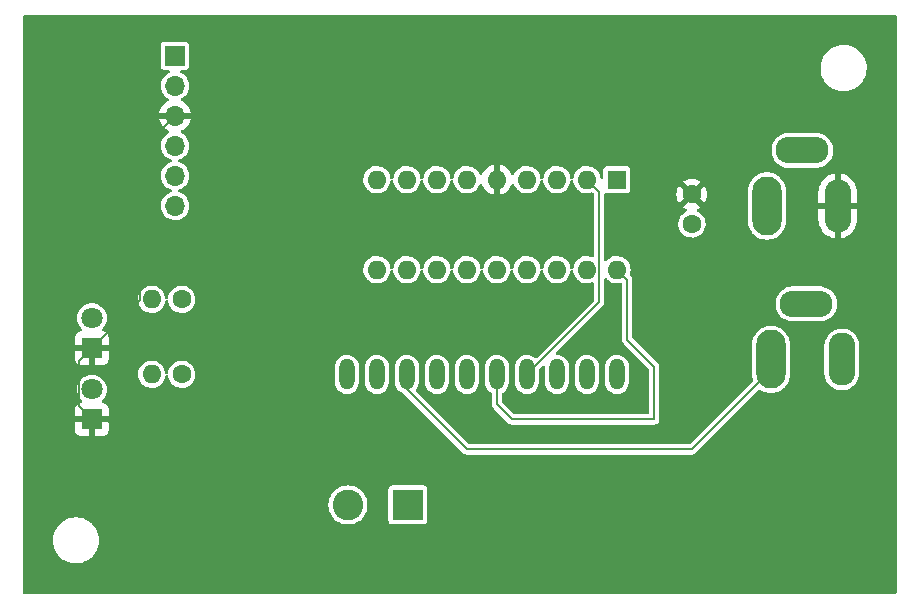
<source format=gbl>
G04 #@! TF.GenerationSoftware,KiCad,Pcbnew,(6.0.11-0)*
G04 #@! TF.CreationDate,2023-06-17T18:40:16+09:00*
G04 #@! TF.ProjectId,TargetSite-Truck,54617267-6574-4536-9974-652d54727563,1*
G04 #@! TF.SameCoordinates,Original*
G04 #@! TF.FileFunction,Copper,L2,Bot*
G04 #@! TF.FilePolarity,Positive*
%FSLAX46Y46*%
G04 Gerber Fmt 4.6, Leading zero omitted, Abs format (unit mm)*
G04 Created by KiCad (PCBNEW (6.0.11-0)) date 2023-06-17 18:40:16*
%MOMM*%
%LPD*%
G01*
G04 APERTURE LIST*
G04 #@! TA.AperFunction,ComponentPad*
%ADD10R,1.700000X1.700000*%
G04 #@! TD*
G04 #@! TA.AperFunction,ComponentPad*
%ADD11O,1.700000X1.700000*%
G04 #@! TD*
G04 #@! TA.AperFunction,ComponentPad*
%ADD12R,1.800000X1.800000*%
G04 #@! TD*
G04 #@! TA.AperFunction,ComponentPad*
%ADD13C,1.800000*%
G04 #@! TD*
G04 #@! TA.AperFunction,ComponentPad*
%ADD14C,1.600000*%
G04 #@! TD*
G04 #@! TA.AperFunction,ComponentPad*
%ADD15O,1.600000X1.600000*%
G04 #@! TD*
G04 #@! TA.AperFunction,ComponentPad*
%ADD16O,2.500000X5.000000*%
G04 #@! TD*
G04 #@! TA.AperFunction,ComponentPad*
%ADD17O,2.250000X4.500000*%
G04 #@! TD*
G04 #@! TA.AperFunction,ComponentPad*
%ADD18O,4.500000X2.250000*%
G04 #@! TD*
G04 #@! TA.AperFunction,ComponentPad*
%ADD19R,2.600000X2.600000*%
G04 #@! TD*
G04 #@! TA.AperFunction,ComponentPad*
%ADD20C,2.600000*%
G04 #@! TD*
G04 #@! TA.AperFunction,ComponentPad*
%ADD21O,1.308000X2.616000*%
G04 #@! TD*
G04 #@! TA.AperFunction,ComponentPad*
%ADD22R,1.600000X1.600000*%
G04 #@! TD*
G04 #@! TA.AperFunction,ViaPad*
%ADD23C,0.605000*%
G04 #@! TD*
G04 #@! TA.AperFunction,Conductor*
%ADD24C,0.152400*%
G04 #@! TD*
G04 APERTURE END LIST*
D10*
X143380000Y-83962850D03*
D11*
X143380000Y-86502850D03*
X143380000Y-89042850D03*
X143380000Y-91582850D03*
X143380000Y-94122850D03*
X143380000Y-96662850D03*
D12*
X136350452Y-114760000D03*
D13*
X136350452Y-112220000D03*
D14*
X143950000Y-110950000D03*
D15*
X141410000Y-110950000D03*
D16*
X193500000Y-96675000D03*
D17*
X199500000Y-96675000D03*
D18*
X196500000Y-91975000D03*
D19*
X163107477Y-121994635D03*
D20*
X158027477Y-121994635D03*
D21*
X180800000Y-110950000D03*
X178260000Y-110950000D03*
X175720000Y-110950000D03*
X173180000Y-110950000D03*
X170640000Y-110950000D03*
X168100000Y-110950000D03*
X165560000Y-110950000D03*
X163020000Y-110950000D03*
X160480000Y-110950000D03*
X157940000Y-110950000D03*
D16*
X193850000Y-109675000D03*
D17*
X199850000Y-109675000D03*
D18*
X196850000Y-104975000D03*
D12*
X136350452Y-108710000D03*
D13*
X136350452Y-106170000D03*
D14*
X187150000Y-95700000D03*
X187150000Y-98200000D03*
X143950000Y-104600000D03*
D15*
X141410000Y-104600000D03*
D22*
X180800000Y-94450000D03*
D15*
X178260000Y-94450000D03*
X175720000Y-94450000D03*
X173180000Y-94450000D03*
X170640000Y-94450000D03*
X168100000Y-94450000D03*
X165560000Y-94450000D03*
X163020000Y-94450000D03*
X160480000Y-94450000D03*
X160480000Y-102070000D03*
X163020000Y-102070000D03*
X165560000Y-102070000D03*
X168100000Y-102070000D03*
X170640000Y-102070000D03*
X173180000Y-102070000D03*
X175720000Y-102070000D03*
X178260000Y-102070000D03*
X180800000Y-102070000D03*
D23*
X150320000Y-84280000D03*
X194770000Y-124285000D03*
X183975000Y-119205000D03*
X149050000Y-119205000D03*
X184610000Y-104600000D03*
X157305000Y-103965000D03*
X144605000Y-119205000D03*
X175085000Y-107140000D03*
X190960000Y-90630000D03*
X150320000Y-89995000D03*
X150320000Y-96345000D03*
X153495000Y-124285000D03*
X150320000Y-103965000D03*
X183975000Y-124285000D03*
X175085000Y-124285000D03*
X164925000Y-90630000D03*
X149050000Y-124285000D03*
X164925000Y-104600000D03*
X194770000Y-119205000D03*
X190960000Y-104600000D03*
X164925000Y-84280000D03*
X178260000Y-90630000D03*
X178895000Y-107140000D03*
X157305000Y-96345000D03*
X177625000Y-96345000D03*
X178260000Y-84280000D03*
X175085000Y-119205000D03*
X136350000Y-103965000D03*
X136350000Y-119205000D03*
X162385000Y-107140000D03*
X161750000Y-96345000D03*
X170640000Y-107140000D03*
X144605000Y-124285000D03*
X153495000Y-119205000D03*
X190960000Y-84280000D03*
D24*
X136350452Y-108710000D02*
X135221852Y-109838600D01*
X135221852Y-113631400D02*
X136350452Y-114760000D01*
X143380000Y-89042850D02*
X140381400Y-92041450D01*
X140381400Y-92041450D02*
X140381400Y-104679052D01*
X135221852Y-109838600D02*
X135221852Y-113631400D01*
X140381400Y-104679052D02*
X136350452Y-108710000D01*
X163020000Y-112220000D02*
X163020000Y-110950000D01*
X193850000Y-109675000D02*
X193850000Y-110600000D01*
X193850000Y-110600000D02*
X187150000Y-117300000D01*
X168100000Y-117300000D02*
X163020000Y-112220000D01*
X187150000Y-117300000D02*
X168100000Y-117300000D01*
X179288600Y-95478600D02*
X179288600Y-104841400D01*
X179288600Y-104841400D02*
X173180000Y-110950000D01*
X178260000Y-94450000D02*
X179288600Y-95478600D01*
X170640000Y-113490000D02*
X170640000Y-110950000D01*
X180800000Y-102070000D02*
X181682600Y-102952600D01*
X171910000Y-114760000D02*
X170640000Y-113490000D01*
X183975000Y-110315000D02*
X183975000Y-114760000D01*
X181682600Y-108022600D02*
X183975000Y-110315000D01*
X183975000Y-114760000D02*
X171910000Y-114760000D01*
X181682600Y-102952600D02*
X181682600Y-108022600D01*
G04 #@! TA.AperFunction,Conductor*
G36*
X204442121Y-80520002D02*
G01*
X204488614Y-80573658D01*
X204500000Y-80626000D01*
X204500000Y-129374000D01*
X204479998Y-129442121D01*
X204426342Y-129488614D01*
X204374000Y-129500000D01*
X130626000Y-129500000D01*
X130557879Y-129479998D01*
X130511386Y-129426342D01*
X130500000Y-129374000D01*
X130500000Y-124969285D01*
X133044759Y-124969285D01*
X133045003Y-124973720D01*
X133045003Y-124973724D01*
X133048384Y-125035147D01*
X133059938Y-125245087D01*
X133113825Y-125515999D01*
X133205347Y-125776616D01*
X133332678Y-126021737D01*
X133335261Y-126025352D01*
X133335265Y-126025358D01*
X133372272Y-126077144D01*
X133493275Y-126246471D01*
X133683936Y-126446335D01*
X133687431Y-126449091D01*
X133687433Y-126449092D01*
X133735469Y-126486960D01*
X133900856Y-126617341D01*
X133962559Y-126653181D01*
X134135853Y-126753839D01*
X134135859Y-126753842D01*
X134139707Y-126756077D01*
X134395723Y-126859774D01*
X134400036Y-126860845D01*
X134400041Y-126860847D01*
X134659475Y-126925291D01*
X134659480Y-126925292D01*
X134663796Y-126926364D01*
X134668224Y-126926818D01*
X134668226Y-126926818D01*
X134743339Y-126934514D01*
X134899370Y-126950500D01*
X135070362Y-126950500D01*
X135275530Y-126935973D01*
X135279885Y-126935035D01*
X135279888Y-126935035D01*
X135541215Y-126878773D01*
X135541217Y-126878773D01*
X135545562Y-126877837D01*
X135804709Y-126782233D01*
X135853185Y-126756077D01*
X136043884Y-126653181D01*
X136047800Y-126651068D01*
X136269984Y-126486960D01*
X136466829Y-126293183D01*
X136634406Y-126073604D01*
X136769373Y-125832604D01*
X136869036Y-125574991D01*
X136931407Y-125305905D01*
X136955241Y-125030715D01*
X136954997Y-125026276D01*
X136940307Y-124759356D01*
X136940306Y-124759349D01*
X136940062Y-124754913D01*
X136886175Y-124484001D01*
X136794653Y-124223384D01*
X136667322Y-123978263D01*
X136664739Y-123974648D01*
X136664735Y-123974642D01*
X136509313Y-123757150D01*
X136509310Y-123757146D01*
X136506725Y-123753529D01*
X136395164Y-123636583D01*
X136319136Y-123556885D01*
X136319134Y-123556883D01*
X136316064Y-123553665D01*
X136312567Y-123550908D01*
X136102639Y-123385414D01*
X136102637Y-123385413D01*
X136099144Y-123382659D01*
X135986609Y-123317294D01*
X135864147Y-123246161D01*
X135864141Y-123246158D01*
X135860293Y-123243923D01*
X135604277Y-123140226D01*
X135599964Y-123139155D01*
X135599959Y-123139153D01*
X135340525Y-123074709D01*
X135340520Y-123074708D01*
X135336204Y-123073636D01*
X135331776Y-123073182D01*
X135331774Y-123073182D01*
X135251573Y-123064965D01*
X135100630Y-123049500D01*
X134929638Y-123049500D01*
X134724470Y-123064027D01*
X134720115Y-123064965D01*
X134720112Y-123064965D01*
X134458785Y-123121227D01*
X134458783Y-123121227D01*
X134454438Y-123122163D01*
X134195291Y-123217767D01*
X134191373Y-123219881D01*
X134142668Y-123246161D01*
X133952200Y-123348932D01*
X133730016Y-123513040D01*
X133533171Y-123706817D01*
X133365594Y-123926396D01*
X133230627Y-124167396D01*
X133130964Y-124425009D01*
X133068593Y-124694095D01*
X133044759Y-124969285D01*
X130500000Y-124969285D01*
X130500000Y-121994635D01*
X156371873Y-121994635D01*
X156392256Y-122253629D01*
X156393410Y-122258436D01*
X156393411Y-122258442D01*
X156431697Y-122417911D01*
X156452904Y-122506245D01*
X156552323Y-122746263D01*
X156688065Y-122967775D01*
X156856788Y-123165324D01*
X157054337Y-123334047D01*
X157275849Y-123469789D01*
X157280419Y-123471682D01*
X157280423Y-123471684D01*
X157511294Y-123567314D01*
X157515867Y-123569208D01*
X157577180Y-123583928D01*
X157763670Y-123628701D01*
X157763676Y-123628702D01*
X157768483Y-123629856D01*
X158027477Y-123650239D01*
X158286471Y-123629856D01*
X158291278Y-123628702D01*
X158291284Y-123628701D01*
X158477774Y-123583928D01*
X158539087Y-123569208D01*
X158543660Y-123567314D01*
X158774531Y-123471684D01*
X158774535Y-123471682D01*
X158779105Y-123469789D01*
X159000617Y-123334047D01*
X159007869Y-123327853D01*
X161456977Y-123327853D01*
X161457647Y-123332403D01*
X161457647Y-123332406D01*
X161465693Y-123387061D01*
X161467119Y-123396747D01*
X161471435Y-123405537D01*
X161502981Y-123469789D01*
X161518545Y-123501490D01*
X161601127Y-123583928D01*
X161705959Y-123635171D01*
X161736450Y-123639619D01*
X161769733Y-123644475D01*
X161769737Y-123644475D01*
X161774259Y-123645135D01*
X164440695Y-123645135D01*
X164445245Y-123644465D01*
X164445248Y-123644465D01*
X164499903Y-123636419D01*
X164499904Y-123636419D01*
X164509589Y-123634993D01*
X164604281Y-123588502D01*
X164604984Y-123588157D01*
X164604986Y-123588156D01*
X164614332Y-123583567D01*
X164655750Y-123542077D01*
X164689412Y-123508356D01*
X164689412Y-123508355D01*
X164696770Y-123500985D01*
X164748013Y-123396153D01*
X164756697Y-123336629D01*
X164757317Y-123332379D01*
X164757317Y-123332375D01*
X164757977Y-123327853D01*
X164757977Y-120661417D01*
X164749348Y-120602797D01*
X164749261Y-120602209D01*
X164749261Y-120602208D01*
X164747835Y-120592523D01*
X164713243Y-120522067D01*
X164700999Y-120497128D01*
X164700998Y-120497126D01*
X164696409Y-120487780D01*
X164613827Y-120405342D01*
X164508995Y-120354099D01*
X164478504Y-120349651D01*
X164445221Y-120344795D01*
X164445217Y-120344795D01*
X164440695Y-120344135D01*
X161774259Y-120344135D01*
X161769709Y-120344805D01*
X161769706Y-120344805D01*
X161715051Y-120352851D01*
X161715050Y-120352851D01*
X161705365Y-120354277D01*
X161692550Y-120360569D01*
X161609970Y-120401113D01*
X161609968Y-120401114D01*
X161600622Y-120405703D01*
X161518184Y-120488285D01*
X161466941Y-120593117D01*
X161465529Y-120602797D01*
X161457881Y-120655223D01*
X161456977Y-120661417D01*
X161456977Y-123327853D01*
X159007869Y-123327853D01*
X159198166Y-123165324D01*
X159366889Y-122967775D01*
X159502631Y-122746263D01*
X159602050Y-122506245D01*
X159623257Y-122417911D01*
X159661543Y-122258442D01*
X159661544Y-122258436D01*
X159662698Y-122253629D01*
X159683081Y-121994635D01*
X159662698Y-121735641D01*
X159661544Y-121730834D01*
X159661543Y-121730828D01*
X159603205Y-121487837D01*
X159602050Y-121483025D01*
X159502631Y-121243007D01*
X159366889Y-121021495D01*
X159198166Y-120823946D01*
X159000617Y-120655223D01*
X158779105Y-120519481D01*
X158774535Y-120517588D01*
X158774531Y-120517586D01*
X158543660Y-120421956D01*
X158543658Y-120421955D01*
X158539087Y-120420062D01*
X158450753Y-120398855D01*
X158291284Y-120360569D01*
X158291278Y-120360568D01*
X158286471Y-120359414D01*
X158027477Y-120339031D01*
X157768483Y-120359414D01*
X157763676Y-120360568D01*
X157763670Y-120360569D01*
X157604201Y-120398855D01*
X157515867Y-120420062D01*
X157511296Y-120421955D01*
X157511294Y-120421956D01*
X157280423Y-120517586D01*
X157280419Y-120517588D01*
X157275849Y-120519481D01*
X157054337Y-120655223D01*
X156856788Y-120823946D01*
X156688065Y-121021495D01*
X156552323Y-121243007D01*
X156452904Y-121483025D01*
X156451749Y-121487837D01*
X156393411Y-121730828D01*
X156393410Y-121730834D01*
X156392256Y-121735641D01*
X156371873Y-121994635D01*
X130500000Y-121994635D01*
X130500000Y-115704669D01*
X134942453Y-115704669D01*
X134942823Y-115711490D01*
X134948347Y-115762352D01*
X134951973Y-115777604D01*
X134997128Y-115898054D01*
X135005666Y-115913649D01*
X135082167Y-116015724D01*
X135094728Y-116028285D01*
X135196803Y-116104786D01*
X135212398Y-116113324D01*
X135332846Y-116158478D01*
X135348101Y-116162105D01*
X135398966Y-116167631D01*
X135405780Y-116168000D01*
X136078337Y-116168000D01*
X136093576Y-116163525D01*
X136094781Y-116162135D01*
X136096452Y-116154452D01*
X136096452Y-116149884D01*
X136604452Y-116149884D01*
X136608927Y-116165123D01*
X136610317Y-116166328D01*
X136618000Y-116167999D01*
X137295121Y-116167999D01*
X137301942Y-116167629D01*
X137352804Y-116162105D01*
X137368056Y-116158479D01*
X137488506Y-116113324D01*
X137504101Y-116104786D01*
X137606176Y-116028285D01*
X137618737Y-116015724D01*
X137695238Y-115913649D01*
X137703776Y-115898054D01*
X137748930Y-115777606D01*
X137752557Y-115762351D01*
X137758083Y-115711486D01*
X137758452Y-115704672D01*
X137758452Y-115032115D01*
X137753977Y-115016876D01*
X137752587Y-115015671D01*
X137744904Y-115014000D01*
X136622567Y-115014000D01*
X136607328Y-115018475D01*
X136606123Y-115019865D01*
X136604452Y-115027548D01*
X136604452Y-116149884D01*
X136096452Y-116149884D01*
X136096452Y-115032115D01*
X136091977Y-115016876D01*
X136090587Y-115015671D01*
X136082904Y-115014000D01*
X134960568Y-115014000D01*
X134945329Y-115018475D01*
X134944124Y-115019865D01*
X134942453Y-115027548D01*
X134942453Y-115704669D01*
X130500000Y-115704669D01*
X130500000Y-114487885D01*
X134942452Y-114487885D01*
X134946927Y-114503124D01*
X134948317Y-114504329D01*
X134956000Y-114506000D01*
X137740336Y-114506000D01*
X137755575Y-114501525D01*
X137756780Y-114500135D01*
X137758451Y-114492452D01*
X137758451Y-113815331D01*
X137758081Y-113808510D01*
X137752557Y-113757648D01*
X137748931Y-113742396D01*
X137703776Y-113621946D01*
X137695238Y-113606351D01*
X137618737Y-113504276D01*
X137606176Y-113491715D01*
X137504101Y-113415214D01*
X137488506Y-113406676D01*
X137368058Y-113361522D01*
X137352803Y-113357895D01*
X137301938Y-113352369D01*
X137295124Y-113352000D01*
X137291117Y-113352000D01*
X137222996Y-113331998D01*
X137176503Y-113278342D01*
X137166399Y-113208068D01*
X137195893Y-113143488D01*
X137202022Y-113136905D01*
X137312050Y-113026877D01*
X137437554Y-112847638D01*
X137530027Y-112649330D01*
X137540159Y-112611519D01*
X137566369Y-112513700D01*
X137586659Y-112437977D01*
X137605729Y-112220000D01*
X137586659Y-112002023D01*
X137530027Y-111790670D01*
X137500557Y-111727472D01*
X137439877Y-111597343D01*
X137439875Y-111597340D01*
X137437554Y-111592362D01*
X137312050Y-111413123D01*
X137157329Y-111258402D01*
X137152821Y-111255245D01*
X137152818Y-111255243D01*
X136982600Y-111136055D01*
X136982597Y-111136053D01*
X136978091Y-111132898D01*
X136973109Y-111130575D01*
X136973104Y-111130572D01*
X136784764Y-111042748D01*
X136784763Y-111042747D01*
X136779782Y-111040425D01*
X136774474Y-111039003D01*
X136774472Y-111039002D01*
X136681685Y-111014140D01*
X136568429Y-110983793D01*
X136350452Y-110964723D01*
X136132475Y-110983793D01*
X136019219Y-111014140D01*
X135926432Y-111039002D01*
X135926430Y-111039003D01*
X135921122Y-111040425D01*
X135916142Y-111042747D01*
X135916140Y-111042748D01*
X135727795Y-111130575D01*
X135727792Y-111130577D01*
X135722814Y-111132898D01*
X135543575Y-111258402D01*
X135388854Y-111413123D01*
X135263350Y-111592362D01*
X135261029Y-111597340D01*
X135261027Y-111597343D01*
X135200347Y-111727472D01*
X135170877Y-111790670D01*
X135114245Y-112002023D01*
X135095175Y-112220000D01*
X135114245Y-112437977D01*
X135134535Y-112513700D01*
X135160746Y-112611519D01*
X135170877Y-112649330D01*
X135263350Y-112847638D01*
X135388854Y-113026877D01*
X135498883Y-113136906D01*
X135532909Y-113199218D01*
X135527844Y-113270033D01*
X135485297Y-113326869D01*
X135418777Y-113351680D01*
X135409788Y-113352001D01*
X135405783Y-113352001D01*
X135398962Y-113352371D01*
X135348100Y-113357895D01*
X135332848Y-113361521D01*
X135212398Y-113406676D01*
X135196803Y-113415214D01*
X135094728Y-113491715D01*
X135082167Y-113504276D01*
X135005666Y-113606351D01*
X134997128Y-113621946D01*
X134951974Y-113742394D01*
X134948347Y-113757649D01*
X134942821Y-113808514D01*
X134942452Y-113815328D01*
X134942452Y-114487885D01*
X130500000Y-114487885D01*
X130500000Y-110919754D01*
X140254967Y-110919754D01*
X140268796Y-111130749D01*
X140270217Y-111136345D01*
X140270218Y-111136350D01*
X140305973Y-111277133D01*
X140320845Y-111335690D01*
X140409369Y-111527714D01*
X140531405Y-111700391D01*
X140682865Y-111847937D01*
X140687661Y-111851142D01*
X140687664Y-111851144D01*
X140830936Y-111946875D01*
X140858677Y-111965411D01*
X140863985Y-111967692D01*
X140863986Y-111967692D01*
X141047650Y-112046600D01*
X141047653Y-112046601D01*
X141052953Y-112048878D01*
X141058582Y-112050152D01*
X141058583Y-112050152D01*
X141253550Y-112094269D01*
X141253553Y-112094269D01*
X141259186Y-112095544D01*
X141264957Y-112095771D01*
X141264959Y-112095771D01*
X141326989Y-112098208D01*
X141470470Y-112103846D01*
X141476179Y-112103018D01*
X141476183Y-112103018D01*
X141674015Y-112074333D01*
X141674019Y-112074332D01*
X141679730Y-112073504D01*
X141791136Y-112035687D01*
X141874483Y-112007395D01*
X141874488Y-112007393D01*
X141879955Y-112005537D01*
X141886230Y-112002023D01*
X142059395Y-111905046D01*
X142059399Y-111905043D01*
X142064442Y-111902219D01*
X142227012Y-111767012D01*
X142362219Y-111604442D01*
X142365043Y-111599399D01*
X142365046Y-111599395D01*
X142462713Y-111424998D01*
X142462714Y-111424996D01*
X142465537Y-111419955D01*
X142467393Y-111414488D01*
X142467395Y-111414483D01*
X142531647Y-111225200D01*
X142533504Y-111219730D01*
X142534333Y-111214015D01*
X142555090Y-111070860D01*
X142584660Y-111006315D01*
X142644432Y-110968003D01*
X142715429Y-110968087D01*
X142775109Y-111006542D01*
X142804525Y-111071158D01*
X142805515Y-111080695D01*
X142808796Y-111130749D01*
X142810217Y-111136345D01*
X142810218Y-111136350D01*
X142845973Y-111277133D01*
X142860845Y-111335690D01*
X142949369Y-111527714D01*
X143071405Y-111700391D01*
X143222865Y-111847937D01*
X143227661Y-111851142D01*
X143227664Y-111851144D01*
X143370936Y-111946875D01*
X143398677Y-111965411D01*
X143403985Y-111967692D01*
X143403986Y-111967692D01*
X143587650Y-112046600D01*
X143587653Y-112046601D01*
X143592953Y-112048878D01*
X143598582Y-112050152D01*
X143598583Y-112050152D01*
X143793550Y-112094269D01*
X143793553Y-112094269D01*
X143799186Y-112095544D01*
X143804957Y-112095771D01*
X143804959Y-112095771D01*
X143866989Y-112098208D01*
X144010470Y-112103846D01*
X144016179Y-112103018D01*
X144016183Y-112103018D01*
X144214015Y-112074333D01*
X144214019Y-112074332D01*
X144219730Y-112073504D01*
X144331136Y-112035687D01*
X144414483Y-112007395D01*
X144414488Y-112007393D01*
X144419955Y-112005537D01*
X144426230Y-112002023D01*
X144599395Y-111905046D01*
X144599399Y-111905043D01*
X144604442Y-111902219D01*
X144767012Y-111767012D01*
X144860173Y-111654997D01*
X156935500Y-111654997D01*
X156950942Y-111807024D01*
X157011967Y-112001755D01*
X157015065Y-112007344D01*
X157029390Y-112033187D01*
X157110902Y-112180238D01*
X157243705Y-112335182D01*
X157404951Y-112460257D01*
X157410673Y-112463072D01*
X157410672Y-112463072D01*
X157582332Y-112547540D01*
X157582337Y-112547542D01*
X157588054Y-112550355D01*
X157594227Y-112551963D01*
X157594230Y-112551964D01*
X157661557Y-112569501D01*
X157785533Y-112601794D01*
X157887428Y-112607134D01*
X157982942Y-112612141D01*
X157982946Y-112612141D01*
X157989323Y-112612475D01*
X158191097Y-112581959D01*
X158382615Y-112511494D01*
X158556051Y-112403959D01*
X158704323Y-112263746D01*
X158716727Y-112246032D01*
X158817708Y-112101815D01*
X158817711Y-112101810D01*
X158821372Y-112096582D01*
X158902418Y-111909297D01*
X158944149Y-111709540D01*
X158944500Y-111702842D01*
X158944500Y-111654997D01*
X159475500Y-111654997D01*
X159490942Y-111807024D01*
X159551967Y-112001755D01*
X159555065Y-112007344D01*
X159569390Y-112033187D01*
X159650902Y-112180238D01*
X159783705Y-112335182D01*
X159944951Y-112460257D01*
X159950673Y-112463072D01*
X159950672Y-112463072D01*
X160122332Y-112547540D01*
X160122337Y-112547542D01*
X160128054Y-112550355D01*
X160134227Y-112551963D01*
X160134230Y-112551964D01*
X160201557Y-112569501D01*
X160325533Y-112601794D01*
X160427428Y-112607134D01*
X160522942Y-112612141D01*
X160522946Y-112612141D01*
X160529323Y-112612475D01*
X160731097Y-112581959D01*
X160922615Y-112511494D01*
X161096051Y-112403959D01*
X161244323Y-112263746D01*
X161256727Y-112246032D01*
X161357708Y-112101815D01*
X161357711Y-112101810D01*
X161361372Y-112096582D01*
X161442418Y-111909297D01*
X161484149Y-111709540D01*
X161484500Y-111702842D01*
X161484500Y-111654997D01*
X162015500Y-111654997D01*
X162030942Y-111807024D01*
X162091967Y-112001755D01*
X162095065Y-112007344D01*
X162109390Y-112033187D01*
X162190902Y-112180238D01*
X162323705Y-112335182D01*
X162484951Y-112460257D01*
X162490673Y-112463072D01*
X162490672Y-112463072D01*
X162662332Y-112547540D01*
X162662337Y-112547542D01*
X162668054Y-112550355D01*
X162741558Y-112569501D01*
X162798892Y-112602337D01*
X167775077Y-117578522D01*
X167784932Y-117589612D01*
X167798771Y-117607167D01*
X167798775Y-117607170D01*
X167804604Y-117614565D01*
X167812351Y-117619919D01*
X167812355Y-117619923D01*
X167850251Y-117646115D01*
X167853471Y-117648415D01*
X167866374Y-117657945D01*
X167898079Y-117681363D01*
X167904531Y-117683629D01*
X167910157Y-117687517D01*
X167919134Y-117690356D01*
X167919136Y-117690357D01*
X167963061Y-117704248D01*
X167966791Y-117705493D01*
X168019141Y-117723877D01*
X168025977Y-117724146D01*
X168032495Y-117726207D01*
X168038759Y-117726700D01*
X168088520Y-117726700D01*
X168093466Y-117726797D01*
X168147352Y-117728914D01*
X168154163Y-117727108D01*
X168161578Y-117726700D01*
X187117190Y-117726700D01*
X187131998Y-117727573D01*
X187163555Y-117731308D01*
X187172817Y-117729616D01*
X187172826Y-117729616D01*
X187218152Y-117721337D01*
X187222060Y-117720686D01*
X187224089Y-117720381D01*
X187276884Y-117712444D01*
X187283048Y-117709484D01*
X187289777Y-117708255D01*
X187339015Y-117682678D01*
X187342531Y-117680921D01*
X187384059Y-117660980D01*
X187384063Y-117660978D01*
X187392550Y-117656902D01*
X187397572Y-117652259D01*
X187403641Y-117649107D01*
X187408419Y-117645026D01*
X187443594Y-117609851D01*
X187447160Y-117606421D01*
X187479856Y-117576197D01*
X187486771Y-117569805D01*
X187490310Y-117563713D01*
X187495269Y-117558176D01*
X192788527Y-112264918D01*
X192850839Y-112230892D01*
X192921654Y-112235957D01*
X192943457Y-112246581D01*
X193116911Y-112352875D01*
X193116921Y-112352880D01*
X193121141Y-112355466D01*
X193125711Y-112357359D01*
X193125715Y-112357361D01*
X193349316Y-112449979D01*
X193353889Y-112451873D01*
X193438289Y-112472135D01*
X193594039Y-112509528D01*
X193594045Y-112509529D01*
X193598852Y-112510683D01*
X193850000Y-112530449D01*
X194101148Y-112510683D01*
X194105955Y-112509529D01*
X194105961Y-112509528D01*
X194261711Y-112472135D01*
X194346111Y-112451873D01*
X194350684Y-112449979D01*
X194574285Y-112357361D01*
X194574289Y-112357359D01*
X194578859Y-112355466D01*
X194793659Y-112223836D01*
X194797419Y-112220624D01*
X194797424Y-112220621D01*
X194981462Y-112063437D01*
X194985224Y-112060224D01*
X195034343Y-112002713D01*
X195145621Y-111872424D01*
X195145624Y-111872419D01*
X195148836Y-111868659D01*
X195280466Y-111653859D01*
X195329456Y-111535588D01*
X195374979Y-111425684D01*
X195374980Y-111425682D01*
X195376873Y-111421111D01*
X195403252Y-111311234D01*
X195434528Y-111180961D01*
X195434529Y-111180955D01*
X195435683Y-111176148D01*
X195446182Y-111042748D01*
X195450307Y-110990339D01*
X195450307Y-110990330D01*
X195450500Y-110987882D01*
X195450500Y-110861508D01*
X198374500Y-110861508D01*
X198374712Y-110864081D01*
X198374712Y-110864092D01*
X198388900Y-111036662D01*
X198388901Y-111036668D01*
X198389324Y-111041813D01*
X198390583Y-111046824D01*
X198442934Y-111255243D01*
X198448432Y-111277133D01*
X198450490Y-111281866D01*
X198450491Y-111281869D01*
X198512726Y-111424998D01*
X198545180Y-111499638D01*
X198676970Y-111703355D01*
X198680449Y-111707178D01*
X198680451Y-111707181D01*
X198836785Y-111878989D01*
X198840263Y-111882811D01*
X198844314Y-111886010D01*
X198844318Y-111886014D01*
X198873800Y-111909297D01*
X199030672Y-112033187D01*
X199243086Y-112150446D01*
X199350516Y-112188489D01*
X199466923Y-112229711D01*
X199466927Y-112229712D01*
X199471798Y-112231437D01*
X199476891Y-112232344D01*
X199476894Y-112232345D01*
X199705578Y-112273080D01*
X199705584Y-112273081D01*
X199710667Y-112273986D01*
X199790442Y-112274961D01*
X199948108Y-112276887D01*
X199948110Y-112276887D01*
X199953278Y-112276950D01*
X200193116Y-112240250D01*
X200423739Y-112164871D01*
X200599253Y-112073504D01*
X200634365Y-112055226D01*
X200634366Y-112055225D01*
X200638954Y-112052837D01*
X200643087Y-112049734D01*
X200643090Y-112049732D01*
X200828846Y-111910263D01*
X200828849Y-111910261D01*
X200832981Y-111907158D01*
X201000609Y-111731745D01*
X201017366Y-111707181D01*
X201134418Y-111535588D01*
X201137337Y-111531309D01*
X201239492Y-111311234D01*
X201304332Y-111077429D01*
X201314390Y-110983314D01*
X201325144Y-110882691D01*
X201325144Y-110882683D01*
X201325500Y-110879356D01*
X201325500Y-108488492D01*
X201324033Y-108470644D01*
X201311100Y-108313338D01*
X201311099Y-108313332D01*
X201310676Y-108308187D01*
X201257042Y-108094660D01*
X201252827Y-108077878D01*
X201252826Y-108077874D01*
X201251568Y-108072867D01*
X201249509Y-108068131D01*
X201156880Y-107855099D01*
X201156878Y-107855096D01*
X201154820Y-107850362D01*
X201023030Y-107646645D01*
X201001086Y-107622528D01*
X200863215Y-107471011D01*
X200863213Y-107471010D01*
X200859737Y-107467189D01*
X200855686Y-107463990D01*
X200855682Y-107463986D01*
X200673386Y-107320018D01*
X200669328Y-107316813D01*
X200456914Y-107199554D01*
X200242370Y-107123580D01*
X200233077Y-107120289D01*
X200233073Y-107120288D01*
X200228202Y-107118563D01*
X200223109Y-107117656D01*
X200223106Y-107117655D01*
X199994422Y-107076920D01*
X199994416Y-107076919D01*
X199989333Y-107076014D01*
X199909558Y-107075039D01*
X199751892Y-107073113D01*
X199751890Y-107073113D01*
X199746722Y-107073050D01*
X199506884Y-107109750D01*
X199276261Y-107185129D01*
X199248551Y-107199554D01*
X199068010Y-107293538D01*
X199061046Y-107297163D01*
X199056913Y-107300266D01*
X199056910Y-107300268D01*
X198970410Y-107365214D01*
X198867019Y-107442842D01*
X198699391Y-107618255D01*
X198696477Y-107622527D01*
X198696476Y-107622528D01*
X198646261Y-107696141D01*
X198562663Y-107818691D01*
X198547962Y-107850362D01*
X198466061Y-108026804D01*
X198460508Y-108038766D01*
X198395668Y-108272571D01*
X198395119Y-108277708D01*
X198376244Y-108454329D01*
X198374500Y-108470644D01*
X198374500Y-110861508D01*
X195450500Y-110861508D01*
X195450500Y-108362118D01*
X195450226Y-108358628D01*
X195438932Y-108215131D01*
X195435683Y-108173852D01*
X195432929Y-108162377D01*
X195378028Y-107933701D01*
X195376873Y-107928889D01*
X195357766Y-107882760D01*
X195282361Y-107700715D01*
X195282359Y-107700711D01*
X195280466Y-107696141D01*
X195148836Y-107481341D01*
X195145624Y-107477581D01*
X195145621Y-107477576D01*
X194988437Y-107293538D01*
X194985224Y-107289776D01*
X194913294Y-107228342D01*
X194797424Y-107129379D01*
X194797419Y-107129376D01*
X194793659Y-107126164D01*
X194578859Y-106994534D01*
X194574289Y-106992641D01*
X194574285Y-106992639D01*
X194350684Y-106900021D01*
X194350682Y-106900020D01*
X194346111Y-106898127D01*
X194261711Y-106877865D01*
X194105961Y-106840472D01*
X194105955Y-106840471D01*
X194101148Y-106839317D01*
X193850000Y-106819551D01*
X193598852Y-106839317D01*
X193594045Y-106840471D01*
X193594039Y-106840472D01*
X193438289Y-106877865D01*
X193353889Y-106898127D01*
X193349318Y-106900020D01*
X193349316Y-106900021D01*
X193125715Y-106992639D01*
X193125711Y-106992641D01*
X193121141Y-106994534D01*
X192906341Y-107126164D01*
X192902581Y-107129376D01*
X192902576Y-107129379D01*
X192786706Y-107228342D01*
X192714776Y-107289776D01*
X192711563Y-107293538D01*
X192554379Y-107477576D01*
X192554376Y-107477581D01*
X192551164Y-107481341D01*
X192419534Y-107696141D01*
X192417641Y-107700711D01*
X192417639Y-107700715D01*
X192342234Y-107882760D01*
X192323127Y-107928889D01*
X192321972Y-107933701D01*
X192267072Y-108162377D01*
X192264317Y-108173852D01*
X192261068Y-108215131D01*
X192249775Y-108358628D01*
X192249500Y-108362118D01*
X192249500Y-110987882D01*
X192249693Y-110990330D01*
X192249693Y-110990339D01*
X192253818Y-111042748D01*
X192264317Y-111176148D01*
X192265471Y-111180955D01*
X192265472Y-111180961D01*
X192296748Y-111311234D01*
X192323127Y-111421111D01*
X192324675Y-111424849D01*
X192326694Y-111495565D01*
X192293929Y-111552627D01*
X187010160Y-116836395D01*
X186947848Y-116870421D01*
X186921065Y-116873300D01*
X168328934Y-116873300D01*
X168260813Y-116853298D01*
X168239839Y-116836395D01*
X163810843Y-112407398D01*
X163776817Y-112345086D01*
X163781882Y-112274271D01*
X163796721Y-112246040D01*
X163901372Y-112096582D01*
X163982418Y-111909297D01*
X164024149Y-111709540D01*
X164024500Y-111702842D01*
X164024500Y-111654997D01*
X164555500Y-111654997D01*
X164570942Y-111807024D01*
X164631967Y-112001755D01*
X164635065Y-112007344D01*
X164649390Y-112033187D01*
X164730902Y-112180238D01*
X164863705Y-112335182D01*
X165024951Y-112460257D01*
X165030673Y-112463072D01*
X165030672Y-112463072D01*
X165202332Y-112547540D01*
X165202337Y-112547542D01*
X165208054Y-112550355D01*
X165214227Y-112551963D01*
X165214230Y-112551964D01*
X165281557Y-112569501D01*
X165405533Y-112601794D01*
X165507428Y-112607134D01*
X165602942Y-112612141D01*
X165602946Y-112612141D01*
X165609323Y-112612475D01*
X165811097Y-112581959D01*
X166002615Y-112511494D01*
X166176051Y-112403959D01*
X166324323Y-112263746D01*
X166336727Y-112246032D01*
X166437708Y-112101815D01*
X166437711Y-112101810D01*
X166441372Y-112096582D01*
X166522418Y-111909297D01*
X166564149Y-111709540D01*
X166564500Y-111702842D01*
X166564500Y-111654997D01*
X167095500Y-111654997D01*
X167110942Y-111807024D01*
X167171967Y-112001755D01*
X167175065Y-112007344D01*
X167189390Y-112033187D01*
X167270902Y-112180238D01*
X167403705Y-112335182D01*
X167564951Y-112460257D01*
X167570673Y-112463072D01*
X167570672Y-112463072D01*
X167742332Y-112547540D01*
X167742337Y-112547542D01*
X167748054Y-112550355D01*
X167754227Y-112551963D01*
X167754230Y-112551964D01*
X167821557Y-112569501D01*
X167945533Y-112601794D01*
X168047428Y-112607134D01*
X168142942Y-112612141D01*
X168142946Y-112612141D01*
X168149323Y-112612475D01*
X168351097Y-112581959D01*
X168542615Y-112511494D01*
X168716051Y-112403959D01*
X168864323Y-112263746D01*
X168876727Y-112246032D01*
X168977708Y-112101815D01*
X168977711Y-112101810D01*
X168981372Y-112096582D01*
X169062418Y-111909297D01*
X169104149Y-111709540D01*
X169104500Y-111702842D01*
X169104500Y-110245003D01*
X169097181Y-110172951D01*
X169089703Y-110099324D01*
X169089703Y-110099322D01*
X169089058Y-110092976D01*
X169028033Y-109898245D01*
X168929098Y-109719762D01*
X168796295Y-109564818D01*
X168635049Y-109439743D01*
X168526439Y-109386300D01*
X168457668Y-109352460D01*
X168457663Y-109352458D01*
X168451946Y-109349645D01*
X168445773Y-109348037D01*
X168445770Y-109348036D01*
X168326949Y-109317086D01*
X168254467Y-109298206D01*
X168152572Y-109292865D01*
X168057058Y-109287859D01*
X168057054Y-109287859D01*
X168050677Y-109287525D01*
X167848903Y-109318041D01*
X167657385Y-109388506D01*
X167483949Y-109496041D01*
X167335677Y-109636254D01*
X167332015Y-109641484D01*
X167332014Y-109641485D01*
X167222292Y-109798185D01*
X167218628Y-109803418D01*
X167137582Y-109990703D01*
X167095851Y-110190460D01*
X167095500Y-110197158D01*
X167095500Y-111654997D01*
X166564500Y-111654997D01*
X166564500Y-110245003D01*
X166557181Y-110172951D01*
X166549703Y-110099324D01*
X166549703Y-110099322D01*
X166549058Y-110092976D01*
X166488033Y-109898245D01*
X166389098Y-109719762D01*
X166256295Y-109564818D01*
X166095049Y-109439743D01*
X165986439Y-109386300D01*
X165917668Y-109352460D01*
X165917663Y-109352458D01*
X165911946Y-109349645D01*
X165905773Y-109348037D01*
X165905770Y-109348036D01*
X165786949Y-109317086D01*
X165714467Y-109298206D01*
X165612572Y-109292865D01*
X165517058Y-109287859D01*
X165517054Y-109287859D01*
X165510677Y-109287525D01*
X165308903Y-109318041D01*
X165117385Y-109388506D01*
X164943949Y-109496041D01*
X164795677Y-109636254D01*
X164792015Y-109641484D01*
X164792014Y-109641485D01*
X164682292Y-109798185D01*
X164678628Y-109803418D01*
X164597582Y-109990703D01*
X164555851Y-110190460D01*
X164555500Y-110197158D01*
X164555500Y-111654997D01*
X164024500Y-111654997D01*
X164024500Y-110245003D01*
X164017181Y-110172951D01*
X164009703Y-110099324D01*
X164009703Y-110099322D01*
X164009058Y-110092976D01*
X163948033Y-109898245D01*
X163849098Y-109719762D01*
X163716295Y-109564818D01*
X163555049Y-109439743D01*
X163446439Y-109386300D01*
X163377668Y-109352460D01*
X163377663Y-109352458D01*
X163371946Y-109349645D01*
X163365773Y-109348037D01*
X163365770Y-109348036D01*
X163246949Y-109317086D01*
X163174467Y-109298206D01*
X163072572Y-109292865D01*
X162977058Y-109287859D01*
X162977054Y-109287859D01*
X162970677Y-109287525D01*
X162768903Y-109318041D01*
X162577385Y-109388506D01*
X162403949Y-109496041D01*
X162255677Y-109636254D01*
X162252015Y-109641484D01*
X162252014Y-109641485D01*
X162142292Y-109798185D01*
X162138628Y-109803418D01*
X162057582Y-109990703D01*
X162015851Y-110190460D01*
X162015500Y-110197158D01*
X162015500Y-111654997D01*
X161484500Y-111654997D01*
X161484500Y-110245003D01*
X161477181Y-110172951D01*
X161469703Y-110099324D01*
X161469703Y-110099322D01*
X161469058Y-110092976D01*
X161408033Y-109898245D01*
X161309098Y-109719762D01*
X161176295Y-109564818D01*
X161015049Y-109439743D01*
X160906439Y-109386300D01*
X160837668Y-109352460D01*
X160837663Y-109352458D01*
X160831946Y-109349645D01*
X160825773Y-109348037D01*
X160825770Y-109348036D01*
X160706949Y-109317086D01*
X160634467Y-109298206D01*
X160532572Y-109292865D01*
X160437058Y-109287859D01*
X160437054Y-109287859D01*
X160430677Y-109287525D01*
X160228903Y-109318041D01*
X160037385Y-109388506D01*
X159863949Y-109496041D01*
X159715677Y-109636254D01*
X159712015Y-109641484D01*
X159712014Y-109641485D01*
X159602292Y-109798185D01*
X159598628Y-109803418D01*
X159517582Y-109990703D01*
X159475851Y-110190460D01*
X159475500Y-110197158D01*
X159475500Y-111654997D01*
X158944500Y-111654997D01*
X158944500Y-110245003D01*
X158937181Y-110172951D01*
X158929703Y-110099324D01*
X158929703Y-110099322D01*
X158929058Y-110092976D01*
X158868033Y-109898245D01*
X158769098Y-109719762D01*
X158636295Y-109564818D01*
X158475049Y-109439743D01*
X158366439Y-109386300D01*
X158297668Y-109352460D01*
X158297663Y-109352458D01*
X158291946Y-109349645D01*
X158285773Y-109348037D01*
X158285770Y-109348036D01*
X158166949Y-109317086D01*
X158094467Y-109298206D01*
X157992572Y-109292865D01*
X157897058Y-109287859D01*
X157897054Y-109287859D01*
X157890677Y-109287525D01*
X157688903Y-109318041D01*
X157497385Y-109388506D01*
X157323949Y-109496041D01*
X157175677Y-109636254D01*
X157172015Y-109641484D01*
X157172014Y-109641485D01*
X157062292Y-109798185D01*
X157058628Y-109803418D01*
X156977582Y-109990703D01*
X156935851Y-110190460D01*
X156935500Y-110197158D01*
X156935500Y-111654997D01*
X144860173Y-111654997D01*
X144902219Y-111604442D01*
X144905043Y-111599399D01*
X144905046Y-111599395D01*
X145002713Y-111424998D01*
X145002714Y-111424996D01*
X145005537Y-111419955D01*
X145007393Y-111414488D01*
X145007395Y-111414483D01*
X145071647Y-111225200D01*
X145073504Y-111219730D01*
X145079126Y-111180961D01*
X145103314Y-111014140D01*
X145103314Y-111014138D01*
X145103846Y-111010470D01*
X145105429Y-110950000D01*
X145086081Y-110739440D01*
X145028686Y-110535931D01*
X145019426Y-110517152D01*
X144937719Y-110351469D01*
X144935165Y-110346290D01*
X144808651Y-110176867D01*
X144694951Y-110071764D01*
X144657622Y-110037257D01*
X144657620Y-110037255D01*
X144653381Y-110033337D01*
X144552572Y-109969731D01*
X144479434Y-109923584D01*
X144479433Y-109923584D01*
X144474554Y-109920505D01*
X144278160Y-109842152D01*
X144272503Y-109841027D01*
X144272497Y-109841025D01*
X144076442Y-109802028D01*
X144076440Y-109802028D01*
X144070775Y-109800901D01*
X144065000Y-109800825D01*
X144064996Y-109800825D01*
X143958976Y-109799437D01*
X143859346Y-109798133D01*
X143853649Y-109799112D01*
X143853648Y-109799112D01*
X143656650Y-109832962D01*
X143656649Y-109832962D01*
X143650953Y-109833941D01*
X143452575Y-109907127D01*
X143447614Y-109910079D01*
X143447613Y-109910079D01*
X143321440Y-109985144D01*
X143270856Y-110015238D01*
X143111881Y-110154655D01*
X142980976Y-110320708D01*
X142978287Y-110325819D01*
X142978285Y-110325822D01*
X142964792Y-110351469D01*
X142882523Y-110507836D01*
X142819820Y-110709773D01*
X142819141Y-110715510D01*
X142805088Y-110834239D01*
X142777217Y-110899537D01*
X142718469Y-110939401D01*
X142647494Y-110941174D01*
X142586828Y-110904295D01*
X142555730Y-110840471D01*
X142554490Y-110830958D01*
X142546610Y-110745197D01*
X142546081Y-110739440D01*
X142488686Y-110535931D01*
X142479426Y-110517152D01*
X142397719Y-110351469D01*
X142395165Y-110346290D01*
X142268651Y-110176867D01*
X142154951Y-110071764D01*
X142117622Y-110037257D01*
X142117620Y-110037255D01*
X142113381Y-110033337D01*
X142012572Y-109969731D01*
X141939434Y-109923584D01*
X141939433Y-109923584D01*
X141934554Y-109920505D01*
X141738160Y-109842152D01*
X141732503Y-109841027D01*
X141732497Y-109841025D01*
X141536442Y-109802028D01*
X141536440Y-109802028D01*
X141530775Y-109800901D01*
X141525000Y-109800825D01*
X141524996Y-109800825D01*
X141418976Y-109799437D01*
X141319346Y-109798133D01*
X141313649Y-109799112D01*
X141313648Y-109799112D01*
X141116650Y-109832962D01*
X141116649Y-109832962D01*
X141110953Y-109833941D01*
X140912575Y-109907127D01*
X140907614Y-109910079D01*
X140907613Y-109910079D01*
X140781440Y-109985144D01*
X140730856Y-110015238D01*
X140571881Y-110154655D01*
X140440976Y-110320708D01*
X140438287Y-110325819D01*
X140438285Y-110325822D01*
X140424792Y-110351469D01*
X140342523Y-110507836D01*
X140279820Y-110709773D01*
X140254967Y-110919754D01*
X130500000Y-110919754D01*
X130500000Y-109654669D01*
X134942453Y-109654669D01*
X134942823Y-109661490D01*
X134948347Y-109712352D01*
X134951973Y-109727604D01*
X134997128Y-109848054D01*
X135005666Y-109863649D01*
X135082167Y-109965724D01*
X135094728Y-109978285D01*
X135196803Y-110054786D01*
X135212398Y-110063324D01*
X135332846Y-110108478D01*
X135348101Y-110112105D01*
X135398966Y-110117631D01*
X135405780Y-110118000D01*
X136078337Y-110118000D01*
X136093576Y-110113525D01*
X136094781Y-110112135D01*
X136096452Y-110104452D01*
X136096452Y-110099884D01*
X136604452Y-110099884D01*
X136608927Y-110115123D01*
X136610317Y-110116328D01*
X136618000Y-110117999D01*
X137295121Y-110117999D01*
X137301942Y-110117629D01*
X137352804Y-110112105D01*
X137368056Y-110108479D01*
X137488506Y-110063324D01*
X137504101Y-110054786D01*
X137606176Y-109978285D01*
X137618737Y-109965724D01*
X137695238Y-109863649D01*
X137703776Y-109848054D01*
X137748930Y-109727606D01*
X137752557Y-109712351D01*
X137758083Y-109661486D01*
X137758452Y-109654672D01*
X137758452Y-108982115D01*
X137753977Y-108966876D01*
X137752587Y-108965671D01*
X137744904Y-108964000D01*
X136622567Y-108964000D01*
X136607328Y-108968475D01*
X136606123Y-108969865D01*
X136604452Y-108977548D01*
X136604452Y-110099884D01*
X136096452Y-110099884D01*
X136096452Y-108982115D01*
X136091977Y-108966876D01*
X136090587Y-108965671D01*
X136082904Y-108964000D01*
X134960568Y-108964000D01*
X134945329Y-108968475D01*
X134944124Y-108969865D01*
X134942453Y-108977548D01*
X134942453Y-109654669D01*
X130500000Y-109654669D01*
X130500000Y-108437885D01*
X134942452Y-108437885D01*
X134946927Y-108453124D01*
X134948317Y-108454329D01*
X134956000Y-108456000D01*
X137740336Y-108456000D01*
X137755575Y-108451525D01*
X137756780Y-108450135D01*
X137758451Y-108442452D01*
X137758451Y-107765331D01*
X137758081Y-107758510D01*
X137752557Y-107707648D01*
X137748931Y-107692396D01*
X137703776Y-107571946D01*
X137695238Y-107556351D01*
X137618737Y-107454276D01*
X137606176Y-107441715D01*
X137504101Y-107365214D01*
X137488506Y-107356676D01*
X137368058Y-107311522D01*
X137352803Y-107307895D01*
X137301938Y-107302369D01*
X137295124Y-107302000D01*
X137291117Y-107302000D01*
X137222996Y-107281998D01*
X137176503Y-107228342D01*
X137166399Y-107158068D01*
X137195893Y-107093488D01*
X137202022Y-107086905D01*
X137312050Y-106976877D01*
X137437554Y-106797638D01*
X137530027Y-106599330D01*
X137586659Y-106387977D01*
X137605729Y-106170000D01*
X137586659Y-105952023D01*
X137530027Y-105740670D01*
X137522022Y-105723504D01*
X137439877Y-105547343D01*
X137439875Y-105547340D01*
X137437554Y-105542362D01*
X137312050Y-105363123D01*
X137157329Y-105208402D01*
X137152821Y-105205245D01*
X137152818Y-105205243D01*
X136982600Y-105086055D01*
X136982597Y-105086053D01*
X136978091Y-105082898D01*
X136973109Y-105080575D01*
X136973104Y-105080572D01*
X136784764Y-104992748D01*
X136784763Y-104992747D01*
X136779782Y-104990425D01*
X136774474Y-104989003D01*
X136774472Y-104989002D01*
X136708707Y-104971380D01*
X136568429Y-104933793D01*
X136350452Y-104914723D01*
X136132475Y-104933793D01*
X135992197Y-104971380D01*
X135926432Y-104989002D01*
X135926430Y-104989003D01*
X135921122Y-104990425D01*
X135916142Y-104992747D01*
X135916140Y-104992748D01*
X135727795Y-105080575D01*
X135727792Y-105080577D01*
X135722814Y-105082898D01*
X135543575Y-105208402D01*
X135388854Y-105363123D01*
X135263350Y-105542362D01*
X135261029Y-105547340D01*
X135261027Y-105547343D01*
X135178882Y-105723504D01*
X135170877Y-105740670D01*
X135114245Y-105952023D01*
X135095175Y-106170000D01*
X135114245Y-106387977D01*
X135170877Y-106599330D01*
X135263350Y-106797638D01*
X135388854Y-106976877D01*
X135498883Y-107086906D01*
X135532909Y-107149218D01*
X135527844Y-107220033D01*
X135485297Y-107276869D01*
X135418777Y-107301680D01*
X135409788Y-107302001D01*
X135405783Y-107302001D01*
X135398962Y-107302371D01*
X135348100Y-107307895D01*
X135332848Y-107311521D01*
X135212398Y-107356676D01*
X135196803Y-107365214D01*
X135094728Y-107441715D01*
X135082167Y-107454276D01*
X135005666Y-107556351D01*
X134997128Y-107571946D01*
X134951974Y-107692394D01*
X134948347Y-107707649D01*
X134942821Y-107758514D01*
X134942452Y-107765328D01*
X134942452Y-108437885D01*
X130500000Y-108437885D01*
X130500000Y-104569754D01*
X140254967Y-104569754D01*
X140268796Y-104780749D01*
X140270217Y-104786345D01*
X140270218Y-104786350D01*
X140299753Y-104902641D01*
X140320845Y-104985690D01*
X140323262Y-104990933D01*
X140364586Y-105080572D01*
X140409369Y-105177714D01*
X140531405Y-105350391D01*
X140682865Y-105497937D01*
X140687661Y-105501142D01*
X140687664Y-105501144D01*
X140801245Y-105577036D01*
X140858677Y-105615411D01*
X140863985Y-105617692D01*
X140863986Y-105617692D01*
X141047650Y-105696600D01*
X141047653Y-105696601D01*
X141052953Y-105698878D01*
X141058582Y-105700152D01*
X141058583Y-105700152D01*
X141253550Y-105744269D01*
X141253553Y-105744269D01*
X141259186Y-105745544D01*
X141264957Y-105745771D01*
X141264959Y-105745771D01*
X141326989Y-105748208D01*
X141470470Y-105753846D01*
X141476179Y-105753018D01*
X141476183Y-105753018D01*
X141674015Y-105724333D01*
X141674019Y-105724332D01*
X141679730Y-105723504D01*
X141758987Y-105696600D01*
X141874483Y-105657395D01*
X141874488Y-105657393D01*
X141879955Y-105655537D01*
X141884998Y-105652713D01*
X142059395Y-105555046D01*
X142059399Y-105555043D01*
X142064442Y-105552219D01*
X142227012Y-105417012D01*
X142362219Y-105254442D01*
X142365043Y-105249399D01*
X142365046Y-105249395D01*
X142462713Y-105074998D01*
X142462714Y-105074996D01*
X142465537Y-105069955D01*
X142467393Y-105064488D01*
X142467395Y-105064483D01*
X142522332Y-104902641D01*
X142533504Y-104869730D01*
X142534333Y-104864015D01*
X142555090Y-104720860D01*
X142584660Y-104656315D01*
X142644432Y-104618003D01*
X142715429Y-104618087D01*
X142775109Y-104656542D01*
X142804525Y-104721158D01*
X142805515Y-104730695D01*
X142808796Y-104780749D01*
X142810217Y-104786345D01*
X142810218Y-104786350D01*
X142839753Y-104902641D01*
X142860845Y-104985690D01*
X142863262Y-104990933D01*
X142904586Y-105080572D01*
X142949369Y-105177714D01*
X143071405Y-105350391D01*
X143222865Y-105497937D01*
X143227661Y-105501142D01*
X143227664Y-105501144D01*
X143341245Y-105577036D01*
X143398677Y-105615411D01*
X143403985Y-105617692D01*
X143403986Y-105617692D01*
X143587650Y-105696600D01*
X143587653Y-105696601D01*
X143592953Y-105698878D01*
X143598582Y-105700152D01*
X143598583Y-105700152D01*
X143793550Y-105744269D01*
X143793553Y-105744269D01*
X143799186Y-105745544D01*
X143804957Y-105745771D01*
X143804959Y-105745771D01*
X143866989Y-105748208D01*
X144010470Y-105753846D01*
X144016179Y-105753018D01*
X144016183Y-105753018D01*
X144214015Y-105724333D01*
X144214019Y-105724332D01*
X144219730Y-105723504D01*
X144298987Y-105696600D01*
X144414483Y-105657395D01*
X144414488Y-105657393D01*
X144419955Y-105655537D01*
X144424998Y-105652713D01*
X144599395Y-105555046D01*
X144599399Y-105555043D01*
X144604442Y-105552219D01*
X144767012Y-105417012D01*
X144902219Y-105254442D01*
X144905043Y-105249399D01*
X144905046Y-105249395D01*
X145002713Y-105074998D01*
X145002714Y-105074996D01*
X145005537Y-105069955D01*
X145007393Y-105064488D01*
X145007395Y-105064483D01*
X145062332Y-104902641D01*
X145073504Y-104869730D01*
X145075948Y-104852880D01*
X145103314Y-104664140D01*
X145103314Y-104664138D01*
X145103846Y-104660470D01*
X145105429Y-104600000D01*
X145086081Y-104389440D01*
X145028686Y-104185931D01*
X145017553Y-104163354D01*
X144937719Y-104001469D01*
X144935165Y-103996290D01*
X144808651Y-103826867D01*
X144653381Y-103683337D01*
X144474554Y-103570505D01*
X144278160Y-103492152D01*
X144272503Y-103491027D01*
X144272497Y-103491025D01*
X144076442Y-103452028D01*
X144076440Y-103452028D01*
X144070775Y-103450901D01*
X144065000Y-103450825D01*
X144064996Y-103450825D01*
X143958976Y-103449437D01*
X143859346Y-103448133D01*
X143853649Y-103449112D01*
X143853648Y-103449112D01*
X143656650Y-103482962D01*
X143656649Y-103482962D01*
X143650953Y-103483941D01*
X143452575Y-103557127D01*
X143447614Y-103560079D01*
X143447613Y-103560079D01*
X143404871Y-103585508D01*
X143270856Y-103665238D01*
X143111881Y-103804655D01*
X142980976Y-103970708D01*
X142978287Y-103975819D01*
X142978285Y-103975822D01*
X142964792Y-104001469D01*
X142882523Y-104157836D01*
X142819820Y-104359773D01*
X142819141Y-104365510D01*
X142805088Y-104484239D01*
X142777217Y-104549537D01*
X142718469Y-104589401D01*
X142647494Y-104591174D01*
X142586828Y-104554295D01*
X142555730Y-104490471D01*
X142554490Y-104480958D01*
X142546610Y-104395197D01*
X142546081Y-104389440D01*
X142488686Y-104185931D01*
X142477553Y-104163354D01*
X142397719Y-104001469D01*
X142395165Y-103996290D01*
X142268651Y-103826867D01*
X142113381Y-103683337D01*
X141934554Y-103570505D01*
X141738160Y-103492152D01*
X141732503Y-103491027D01*
X141732497Y-103491025D01*
X141536442Y-103452028D01*
X141536440Y-103452028D01*
X141530775Y-103450901D01*
X141525000Y-103450825D01*
X141524996Y-103450825D01*
X141418976Y-103449437D01*
X141319346Y-103448133D01*
X141313649Y-103449112D01*
X141313648Y-103449112D01*
X141116650Y-103482962D01*
X141116649Y-103482962D01*
X141110953Y-103483941D01*
X140912575Y-103557127D01*
X140907614Y-103560079D01*
X140907613Y-103560079D01*
X140864871Y-103585508D01*
X140730856Y-103665238D01*
X140571881Y-103804655D01*
X140440976Y-103970708D01*
X140438287Y-103975819D01*
X140438285Y-103975822D01*
X140424792Y-104001469D01*
X140342523Y-104157836D01*
X140279820Y-104359773D01*
X140254967Y-104569754D01*
X130500000Y-104569754D01*
X130500000Y-102039754D01*
X159324967Y-102039754D01*
X159338796Y-102250749D01*
X159340217Y-102256345D01*
X159340218Y-102256350D01*
X159362784Y-102345200D01*
X159390845Y-102455690D01*
X159479369Y-102647714D01*
X159601405Y-102820391D01*
X159605539Y-102824418D01*
X159723208Y-102939046D01*
X159752865Y-102967937D01*
X159757661Y-102971142D01*
X159757664Y-102971144D01*
X159878141Y-103051644D01*
X159928677Y-103085411D01*
X159933985Y-103087692D01*
X159933986Y-103087692D01*
X160117650Y-103166600D01*
X160117653Y-103166601D01*
X160122953Y-103168878D01*
X160128582Y-103170152D01*
X160128583Y-103170152D01*
X160323550Y-103214269D01*
X160323553Y-103214269D01*
X160329186Y-103215544D01*
X160334957Y-103215771D01*
X160334959Y-103215771D01*
X160396989Y-103218208D01*
X160540470Y-103223846D01*
X160546179Y-103223018D01*
X160546183Y-103223018D01*
X160744015Y-103194333D01*
X160744019Y-103194332D01*
X160749730Y-103193504D01*
X160828987Y-103166600D01*
X160944483Y-103127395D01*
X160944488Y-103127393D01*
X160949955Y-103125537D01*
X160954998Y-103122713D01*
X161129395Y-103025046D01*
X161129399Y-103025043D01*
X161134442Y-103022219D01*
X161297012Y-102887012D01*
X161432219Y-102724442D01*
X161435043Y-102719399D01*
X161435046Y-102719395D01*
X161532713Y-102544998D01*
X161532714Y-102544996D01*
X161535537Y-102539955D01*
X161537393Y-102534488D01*
X161537395Y-102534483D01*
X161601647Y-102345200D01*
X161603504Y-102339730D01*
X161617242Y-102244982D01*
X161625090Y-102190860D01*
X161654660Y-102126315D01*
X161714432Y-102088003D01*
X161785429Y-102088087D01*
X161845109Y-102126542D01*
X161874525Y-102191158D01*
X161875515Y-102200695D01*
X161878796Y-102250749D01*
X161880217Y-102256345D01*
X161880218Y-102256350D01*
X161902784Y-102345200D01*
X161930845Y-102455690D01*
X162019369Y-102647714D01*
X162141405Y-102820391D01*
X162145539Y-102824418D01*
X162263208Y-102939046D01*
X162292865Y-102967937D01*
X162297661Y-102971142D01*
X162297664Y-102971144D01*
X162418141Y-103051644D01*
X162468677Y-103085411D01*
X162473985Y-103087692D01*
X162473986Y-103087692D01*
X162657650Y-103166600D01*
X162657653Y-103166601D01*
X162662953Y-103168878D01*
X162668582Y-103170152D01*
X162668583Y-103170152D01*
X162863550Y-103214269D01*
X162863553Y-103214269D01*
X162869186Y-103215544D01*
X162874957Y-103215771D01*
X162874959Y-103215771D01*
X162936989Y-103218208D01*
X163080470Y-103223846D01*
X163086179Y-103223018D01*
X163086183Y-103223018D01*
X163284015Y-103194333D01*
X163284019Y-103194332D01*
X163289730Y-103193504D01*
X163368987Y-103166600D01*
X163484483Y-103127395D01*
X163484488Y-103127393D01*
X163489955Y-103125537D01*
X163494998Y-103122713D01*
X163669395Y-103025046D01*
X163669399Y-103025043D01*
X163674442Y-103022219D01*
X163837012Y-102887012D01*
X163972219Y-102724442D01*
X163975043Y-102719399D01*
X163975046Y-102719395D01*
X164072713Y-102544998D01*
X164072714Y-102544996D01*
X164075537Y-102539955D01*
X164077393Y-102534488D01*
X164077395Y-102534483D01*
X164141647Y-102345200D01*
X164143504Y-102339730D01*
X164157242Y-102244982D01*
X164165090Y-102190860D01*
X164194660Y-102126315D01*
X164254432Y-102088003D01*
X164325429Y-102088087D01*
X164385109Y-102126542D01*
X164414525Y-102191158D01*
X164415515Y-102200695D01*
X164418796Y-102250749D01*
X164420217Y-102256345D01*
X164420218Y-102256350D01*
X164442784Y-102345200D01*
X164470845Y-102455690D01*
X164559369Y-102647714D01*
X164681405Y-102820391D01*
X164685539Y-102824418D01*
X164803208Y-102939046D01*
X164832865Y-102967937D01*
X164837661Y-102971142D01*
X164837664Y-102971144D01*
X164958141Y-103051644D01*
X165008677Y-103085411D01*
X165013985Y-103087692D01*
X165013986Y-103087692D01*
X165197650Y-103166600D01*
X165197653Y-103166601D01*
X165202953Y-103168878D01*
X165208582Y-103170152D01*
X165208583Y-103170152D01*
X165403550Y-103214269D01*
X165403553Y-103214269D01*
X165409186Y-103215544D01*
X165414957Y-103215771D01*
X165414959Y-103215771D01*
X165476989Y-103218208D01*
X165620470Y-103223846D01*
X165626179Y-103223018D01*
X165626183Y-103223018D01*
X165824015Y-103194333D01*
X165824019Y-103194332D01*
X165829730Y-103193504D01*
X165908987Y-103166600D01*
X166024483Y-103127395D01*
X166024488Y-103127393D01*
X166029955Y-103125537D01*
X166034998Y-103122713D01*
X166209395Y-103025046D01*
X166209399Y-103025043D01*
X166214442Y-103022219D01*
X166377012Y-102887012D01*
X166512219Y-102724442D01*
X166515043Y-102719399D01*
X166515046Y-102719395D01*
X166612713Y-102544998D01*
X166612714Y-102544996D01*
X166615537Y-102539955D01*
X166617393Y-102534488D01*
X166617395Y-102534483D01*
X166681647Y-102345200D01*
X166683504Y-102339730D01*
X166697242Y-102244982D01*
X166705090Y-102190860D01*
X166734660Y-102126315D01*
X166794432Y-102088003D01*
X166865429Y-102088087D01*
X166925109Y-102126542D01*
X166954525Y-102191158D01*
X166955515Y-102200695D01*
X166958796Y-102250749D01*
X166960217Y-102256345D01*
X166960218Y-102256350D01*
X166982784Y-102345200D01*
X167010845Y-102455690D01*
X167099369Y-102647714D01*
X167221405Y-102820391D01*
X167225539Y-102824418D01*
X167343208Y-102939046D01*
X167372865Y-102967937D01*
X167377661Y-102971142D01*
X167377664Y-102971144D01*
X167498141Y-103051644D01*
X167548677Y-103085411D01*
X167553985Y-103087692D01*
X167553986Y-103087692D01*
X167737650Y-103166600D01*
X167737653Y-103166601D01*
X167742953Y-103168878D01*
X167748582Y-103170152D01*
X167748583Y-103170152D01*
X167943550Y-103214269D01*
X167943553Y-103214269D01*
X167949186Y-103215544D01*
X167954957Y-103215771D01*
X167954959Y-103215771D01*
X168016989Y-103218208D01*
X168160470Y-103223846D01*
X168166179Y-103223018D01*
X168166183Y-103223018D01*
X168364015Y-103194333D01*
X168364019Y-103194332D01*
X168369730Y-103193504D01*
X168448987Y-103166600D01*
X168564483Y-103127395D01*
X168564488Y-103127393D01*
X168569955Y-103125537D01*
X168574998Y-103122713D01*
X168749395Y-103025046D01*
X168749399Y-103025043D01*
X168754442Y-103022219D01*
X168917012Y-102887012D01*
X169052219Y-102724442D01*
X169055043Y-102719399D01*
X169055046Y-102719395D01*
X169152713Y-102544998D01*
X169152714Y-102544996D01*
X169155537Y-102539955D01*
X169157393Y-102534488D01*
X169157395Y-102534483D01*
X169221647Y-102345200D01*
X169223504Y-102339730D01*
X169237242Y-102244982D01*
X169245090Y-102190860D01*
X169274660Y-102126315D01*
X169334432Y-102088003D01*
X169405429Y-102088087D01*
X169465109Y-102126542D01*
X169494525Y-102191158D01*
X169495515Y-102200695D01*
X169498796Y-102250749D01*
X169500217Y-102256345D01*
X169500218Y-102256350D01*
X169522784Y-102345200D01*
X169550845Y-102455690D01*
X169639369Y-102647714D01*
X169761405Y-102820391D01*
X169765539Y-102824418D01*
X169883208Y-102939046D01*
X169912865Y-102967937D01*
X169917661Y-102971142D01*
X169917664Y-102971144D01*
X170038141Y-103051644D01*
X170088677Y-103085411D01*
X170093985Y-103087692D01*
X170093986Y-103087692D01*
X170277650Y-103166600D01*
X170277653Y-103166601D01*
X170282953Y-103168878D01*
X170288582Y-103170152D01*
X170288583Y-103170152D01*
X170483550Y-103214269D01*
X170483553Y-103214269D01*
X170489186Y-103215544D01*
X170494957Y-103215771D01*
X170494959Y-103215771D01*
X170556989Y-103218208D01*
X170700470Y-103223846D01*
X170706179Y-103223018D01*
X170706183Y-103223018D01*
X170904015Y-103194333D01*
X170904019Y-103194332D01*
X170909730Y-103193504D01*
X170988987Y-103166600D01*
X171104483Y-103127395D01*
X171104488Y-103127393D01*
X171109955Y-103125537D01*
X171114998Y-103122713D01*
X171289395Y-103025046D01*
X171289399Y-103025043D01*
X171294442Y-103022219D01*
X171457012Y-102887012D01*
X171592219Y-102724442D01*
X171595043Y-102719399D01*
X171595046Y-102719395D01*
X171692713Y-102544998D01*
X171692714Y-102544996D01*
X171695537Y-102539955D01*
X171697393Y-102534488D01*
X171697395Y-102534483D01*
X171761647Y-102345200D01*
X171763504Y-102339730D01*
X171777242Y-102244982D01*
X171785090Y-102190860D01*
X171814660Y-102126315D01*
X171874432Y-102088003D01*
X171945429Y-102088087D01*
X172005109Y-102126542D01*
X172034525Y-102191158D01*
X172035515Y-102200695D01*
X172038796Y-102250749D01*
X172040217Y-102256345D01*
X172040218Y-102256350D01*
X172062784Y-102345200D01*
X172090845Y-102455690D01*
X172179369Y-102647714D01*
X172301405Y-102820391D01*
X172305539Y-102824418D01*
X172423208Y-102939046D01*
X172452865Y-102967937D01*
X172457661Y-102971142D01*
X172457664Y-102971144D01*
X172578141Y-103051644D01*
X172628677Y-103085411D01*
X172633985Y-103087692D01*
X172633986Y-103087692D01*
X172817650Y-103166600D01*
X172817653Y-103166601D01*
X172822953Y-103168878D01*
X172828582Y-103170152D01*
X172828583Y-103170152D01*
X173023550Y-103214269D01*
X173023553Y-103214269D01*
X173029186Y-103215544D01*
X173034957Y-103215771D01*
X173034959Y-103215771D01*
X173096989Y-103218208D01*
X173240470Y-103223846D01*
X173246179Y-103223018D01*
X173246183Y-103223018D01*
X173444015Y-103194333D01*
X173444019Y-103194332D01*
X173449730Y-103193504D01*
X173528987Y-103166600D01*
X173644483Y-103127395D01*
X173644488Y-103127393D01*
X173649955Y-103125537D01*
X173654998Y-103122713D01*
X173829395Y-103025046D01*
X173829399Y-103025043D01*
X173834442Y-103022219D01*
X173997012Y-102887012D01*
X174132219Y-102724442D01*
X174135043Y-102719399D01*
X174135046Y-102719395D01*
X174232713Y-102544998D01*
X174232714Y-102544996D01*
X174235537Y-102539955D01*
X174237393Y-102534488D01*
X174237395Y-102534483D01*
X174301647Y-102345200D01*
X174303504Y-102339730D01*
X174317242Y-102244982D01*
X174325090Y-102190860D01*
X174354660Y-102126315D01*
X174414432Y-102088003D01*
X174485429Y-102088087D01*
X174545109Y-102126542D01*
X174574525Y-102191158D01*
X174575515Y-102200695D01*
X174578796Y-102250749D01*
X174580217Y-102256345D01*
X174580218Y-102256350D01*
X174602784Y-102345200D01*
X174630845Y-102455690D01*
X174719369Y-102647714D01*
X174841405Y-102820391D01*
X174845539Y-102824418D01*
X174963208Y-102939046D01*
X174992865Y-102967937D01*
X174997661Y-102971142D01*
X174997664Y-102971144D01*
X175118141Y-103051644D01*
X175168677Y-103085411D01*
X175173985Y-103087692D01*
X175173986Y-103087692D01*
X175357650Y-103166600D01*
X175357653Y-103166601D01*
X175362953Y-103168878D01*
X175368582Y-103170152D01*
X175368583Y-103170152D01*
X175563550Y-103214269D01*
X175563553Y-103214269D01*
X175569186Y-103215544D01*
X175574957Y-103215771D01*
X175574959Y-103215771D01*
X175636989Y-103218208D01*
X175780470Y-103223846D01*
X175786179Y-103223018D01*
X175786183Y-103223018D01*
X175984015Y-103194333D01*
X175984019Y-103194332D01*
X175989730Y-103193504D01*
X176068987Y-103166600D01*
X176184483Y-103127395D01*
X176184488Y-103127393D01*
X176189955Y-103125537D01*
X176194998Y-103122713D01*
X176369395Y-103025046D01*
X176369399Y-103025043D01*
X176374442Y-103022219D01*
X176537012Y-102887012D01*
X176672219Y-102724442D01*
X176675043Y-102719399D01*
X176675046Y-102719395D01*
X176772713Y-102544998D01*
X176772714Y-102544996D01*
X176775537Y-102539955D01*
X176777393Y-102534488D01*
X176777395Y-102534483D01*
X176841647Y-102345200D01*
X176843504Y-102339730D01*
X176857242Y-102244982D01*
X176865090Y-102190860D01*
X176894660Y-102126315D01*
X176954432Y-102088003D01*
X177025429Y-102088087D01*
X177085109Y-102126542D01*
X177114525Y-102191158D01*
X177115515Y-102200695D01*
X177118796Y-102250749D01*
X177120217Y-102256345D01*
X177120218Y-102256350D01*
X177142784Y-102345200D01*
X177170845Y-102455690D01*
X177259369Y-102647714D01*
X177381405Y-102820391D01*
X177385539Y-102824418D01*
X177503208Y-102939046D01*
X177532865Y-102967937D01*
X177537661Y-102971142D01*
X177537664Y-102971144D01*
X177658141Y-103051644D01*
X177708677Y-103085411D01*
X177713985Y-103087692D01*
X177713986Y-103087692D01*
X177897650Y-103166600D01*
X177897653Y-103166601D01*
X177902953Y-103168878D01*
X177908582Y-103170152D01*
X177908583Y-103170152D01*
X178103550Y-103214269D01*
X178103553Y-103214269D01*
X178109186Y-103215544D01*
X178114957Y-103215771D01*
X178114959Y-103215771D01*
X178176989Y-103218208D01*
X178320470Y-103223846D01*
X178326179Y-103223018D01*
X178326183Y-103223018D01*
X178524015Y-103194333D01*
X178524019Y-103194332D01*
X178529730Y-103193504D01*
X178695399Y-103137267D01*
X178766334Y-103134311D01*
X178827606Y-103170174D01*
X178859763Y-103233471D01*
X178861900Y-103256580D01*
X178861900Y-104612465D01*
X178841898Y-104680586D01*
X178824995Y-104701560D01*
X174002961Y-109523594D01*
X173940649Y-109557620D01*
X173869834Y-109552555D01*
X173836640Y-109534058D01*
X173720094Y-109443656D01*
X173720088Y-109443652D01*
X173715049Y-109439743D01*
X173606439Y-109386300D01*
X173537668Y-109352460D01*
X173537663Y-109352458D01*
X173531946Y-109349645D01*
X173525773Y-109348037D01*
X173525770Y-109348036D01*
X173406949Y-109317086D01*
X173334467Y-109298206D01*
X173232572Y-109292865D01*
X173137058Y-109287859D01*
X173137054Y-109287859D01*
X173130677Y-109287525D01*
X172928903Y-109318041D01*
X172737385Y-109388506D01*
X172563949Y-109496041D01*
X172415677Y-109636254D01*
X172412015Y-109641484D01*
X172412014Y-109641485D01*
X172302292Y-109798185D01*
X172298628Y-109803418D01*
X172217582Y-109990703D01*
X172175851Y-110190460D01*
X172175500Y-110197158D01*
X172175500Y-111654997D01*
X172190942Y-111807024D01*
X172251967Y-112001755D01*
X172255065Y-112007344D01*
X172269390Y-112033187D01*
X172350902Y-112180238D01*
X172483705Y-112335182D01*
X172644951Y-112460257D01*
X172650673Y-112463072D01*
X172650672Y-112463072D01*
X172822332Y-112547540D01*
X172822337Y-112547542D01*
X172828054Y-112550355D01*
X172834227Y-112551963D01*
X172834230Y-112551964D01*
X172901557Y-112569501D01*
X173025533Y-112601794D01*
X173127428Y-112607134D01*
X173222942Y-112612141D01*
X173222946Y-112612141D01*
X173229323Y-112612475D01*
X173431097Y-112581959D01*
X173622615Y-112511494D01*
X173796051Y-112403959D01*
X173944323Y-112263746D01*
X173956727Y-112246032D01*
X174057708Y-112101815D01*
X174057711Y-112101810D01*
X174061372Y-112096582D01*
X174142418Y-111909297D01*
X174184149Y-111709540D01*
X174184500Y-111702842D01*
X174184500Y-110601135D01*
X174204502Y-110533014D01*
X174221405Y-110512040D01*
X174500405Y-110233040D01*
X174562717Y-110199014D01*
X174633532Y-110204079D01*
X174690368Y-110246626D01*
X174715179Y-110313146D01*
X174715500Y-110322135D01*
X174715500Y-111654997D01*
X174730942Y-111807024D01*
X174791967Y-112001755D01*
X174795065Y-112007344D01*
X174809390Y-112033187D01*
X174890902Y-112180238D01*
X175023705Y-112335182D01*
X175184951Y-112460257D01*
X175190673Y-112463072D01*
X175190672Y-112463072D01*
X175362332Y-112547540D01*
X175362337Y-112547542D01*
X175368054Y-112550355D01*
X175374227Y-112551963D01*
X175374230Y-112551964D01*
X175441557Y-112569501D01*
X175565533Y-112601794D01*
X175667428Y-112607134D01*
X175762942Y-112612141D01*
X175762946Y-112612141D01*
X175769323Y-112612475D01*
X175971097Y-112581959D01*
X176162615Y-112511494D01*
X176336051Y-112403959D01*
X176484323Y-112263746D01*
X176496727Y-112246032D01*
X176597708Y-112101815D01*
X176597711Y-112101810D01*
X176601372Y-112096582D01*
X176682418Y-111909297D01*
X176724149Y-111709540D01*
X176724500Y-111702842D01*
X176724500Y-111654997D01*
X177255500Y-111654997D01*
X177270942Y-111807024D01*
X177331967Y-112001755D01*
X177335065Y-112007344D01*
X177349390Y-112033187D01*
X177430902Y-112180238D01*
X177563705Y-112335182D01*
X177724951Y-112460257D01*
X177730673Y-112463072D01*
X177730672Y-112463072D01*
X177902332Y-112547540D01*
X177902337Y-112547542D01*
X177908054Y-112550355D01*
X177914227Y-112551963D01*
X177914230Y-112551964D01*
X177981557Y-112569501D01*
X178105533Y-112601794D01*
X178207428Y-112607134D01*
X178302942Y-112612141D01*
X178302946Y-112612141D01*
X178309323Y-112612475D01*
X178511097Y-112581959D01*
X178702615Y-112511494D01*
X178876051Y-112403959D01*
X179024323Y-112263746D01*
X179036727Y-112246032D01*
X179137708Y-112101815D01*
X179137711Y-112101810D01*
X179141372Y-112096582D01*
X179222418Y-111909297D01*
X179264149Y-111709540D01*
X179264500Y-111702842D01*
X179264500Y-111654997D01*
X179795500Y-111654997D01*
X179810942Y-111807024D01*
X179871967Y-112001755D01*
X179875065Y-112007344D01*
X179889390Y-112033187D01*
X179970902Y-112180238D01*
X180103705Y-112335182D01*
X180264951Y-112460257D01*
X180270673Y-112463072D01*
X180270672Y-112463072D01*
X180442332Y-112547540D01*
X180442337Y-112547542D01*
X180448054Y-112550355D01*
X180454227Y-112551963D01*
X180454230Y-112551964D01*
X180521557Y-112569501D01*
X180645533Y-112601794D01*
X180747428Y-112607134D01*
X180842942Y-112612141D01*
X180842946Y-112612141D01*
X180849323Y-112612475D01*
X181051097Y-112581959D01*
X181242615Y-112511494D01*
X181416051Y-112403959D01*
X181564323Y-112263746D01*
X181576727Y-112246032D01*
X181677708Y-112101815D01*
X181677711Y-112101810D01*
X181681372Y-112096582D01*
X181762418Y-111909297D01*
X181804149Y-111709540D01*
X181804500Y-111702842D01*
X181804500Y-110245003D01*
X181797181Y-110172951D01*
X181789703Y-110099324D01*
X181789703Y-110099322D01*
X181789058Y-110092976D01*
X181728033Y-109898245D01*
X181629098Y-109719762D01*
X181496295Y-109564818D01*
X181335049Y-109439743D01*
X181226439Y-109386300D01*
X181157668Y-109352460D01*
X181157663Y-109352458D01*
X181151946Y-109349645D01*
X181145773Y-109348037D01*
X181145770Y-109348036D01*
X181026949Y-109317086D01*
X180954467Y-109298206D01*
X180852572Y-109292865D01*
X180757058Y-109287859D01*
X180757054Y-109287859D01*
X180750677Y-109287525D01*
X180548903Y-109318041D01*
X180357385Y-109388506D01*
X180183949Y-109496041D01*
X180035677Y-109636254D01*
X180032015Y-109641484D01*
X180032014Y-109641485D01*
X179922292Y-109798185D01*
X179918628Y-109803418D01*
X179837582Y-109990703D01*
X179795851Y-110190460D01*
X179795500Y-110197158D01*
X179795500Y-111654997D01*
X179264500Y-111654997D01*
X179264500Y-110245003D01*
X179257181Y-110172951D01*
X179249703Y-110099324D01*
X179249703Y-110099322D01*
X179249058Y-110092976D01*
X179188033Y-109898245D01*
X179089098Y-109719762D01*
X178956295Y-109564818D01*
X178795049Y-109439743D01*
X178686439Y-109386300D01*
X178617668Y-109352460D01*
X178617663Y-109352458D01*
X178611946Y-109349645D01*
X178605773Y-109348037D01*
X178605770Y-109348036D01*
X178486949Y-109317086D01*
X178414467Y-109298206D01*
X178312572Y-109292865D01*
X178217058Y-109287859D01*
X178217054Y-109287859D01*
X178210677Y-109287525D01*
X178008903Y-109318041D01*
X177817385Y-109388506D01*
X177643949Y-109496041D01*
X177495677Y-109636254D01*
X177492015Y-109641484D01*
X177492014Y-109641485D01*
X177382292Y-109798185D01*
X177378628Y-109803418D01*
X177297582Y-109990703D01*
X177255851Y-110190460D01*
X177255500Y-110197158D01*
X177255500Y-111654997D01*
X176724500Y-111654997D01*
X176724500Y-110245003D01*
X176717181Y-110172951D01*
X176709703Y-110099324D01*
X176709703Y-110099322D01*
X176709058Y-110092976D01*
X176648033Y-109898245D01*
X176549098Y-109719762D01*
X176416295Y-109564818D01*
X176255049Y-109439743D01*
X176146439Y-109386300D01*
X176077668Y-109352460D01*
X176077663Y-109352458D01*
X176071946Y-109349645D01*
X176065773Y-109348037D01*
X176065770Y-109348036D01*
X175946949Y-109317086D01*
X175874467Y-109298206D01*
X175739722Y-109291144D01*
X175672743Y-109267604D01*
X175629122Y-109211589D01*
X175622710Y-109140882D01*
X175657223Y-109076222D01*
X179567122Y-105166323D01*
X179578212Y-105156468D01*
X179595767Y-105142629D01*
X179595770Y-105142625D01*
X179603165Y-105136796D01*
X179608519Y-105129049D01*
X179608523Y-105129045D01*
X179634715Y-105091149D01*
X179637015Y-105087929D01*
X179664368Y-105050896D01*
X179669963Y-105043321D01*
X179672229Y-105036869D01*
X179676117Y-105031243D01*
X179692293Y-104980095D01*
X179692848Y-104978339D01*
X179694102Y-104974581D01*
X179709357Y-104931143D01*
X179712477Y-104922259D01*
X179712746Y-104915423D01*
X179714807Y-104908905D01*
X179715300Y-104902641D01*
X179715300Y-104852880D01*
X179715397Y-104847934D01*
X179717144Y-104803461D01*
X179717514Y-104794048D01*
X179715708Y-104787237D01*
X179715300Y-104779822D01*
X179715300Y-102918260D01*
X179735302Y-102850139D01*
X179788958Y-102803646D01*
X179859232Y-102793542D01*
X179923812Y-102823036D01*
X179929222Y-102828006D01*
X180043208Y-102939046D01*
X180072865Y-102967937D01*
X180077661Y-102971142D01*
X180077664Y-102971144D01*
X180198141Y-103051644D01*
X180248677Y-103085411D01*
X180253985Y-103087692D01*
X180253986Y-103087692D01*
X180437650Y-103166600D01*
X180437653Y-103166601D01*
X180442953Y-103168878D01*
X180448582Y-103170152D01*
X180448583Y-103170152D01*
X180643550Y-103214269D01*
X180643553Y-103214269D01*
X180649186Y-103215544D01*
X180654957Y-103215771D01*
X180654959Y-103215771D01*
X180716989Y-103218208D01*
X180860470Y-103223846D01*
X180866179Y-103223018D01*
X180866183Y-103223018D01*
X181064015Y-103194333D01*
X181064019Y-103194332D01*
X181069730Y-103193504D01*
X181089400Y-103186827D01*
X181160332Y-103183870D01*
X181221605Y-103219733D01*
X181253762Y-103283029D01*
X181255900Y-103306140D01*
X181255900Y-107989790D01*
X181255027Y-108004598D01*
X181251292Y-108036155D01*
X181252984Y-108045417D01*
X181252984Y-108045426D01*
X181261263Y-108090752D01*
X181261914Y-108094660D01*
X181270156Y-108149484D01*
X181273116Y-108155648D01*
X181274345Y-108162377D01*
X181299922Y-108211615D01*
X181301679Y-108215131D01*
X181321620Y-108256659D01*
X181321622Y-108256663D01*
X181325698Y-108265150D01*
X181330341Y-108270172D01*
X181333493Y-108276241D01*
X181337574Y-108281019D01*
X181372749Y-108316194D01*
X181376178Y-108319759D01*
X181412795Y-108359371D01*
X181418887Y-108362910D01*
X181424424Y-108367869D01*
X183511395Y-110454840D01*
X183545421Y-110517152D01*
X183548300Y-110543935D01*
X183548300Y-114207300D01*
X183528298Y-114275421D01*
X183474642Y-114321914D01*
X183422300Y-114333300D01*
X172138935Y-114333300D01*
X172070814Y-114313298D01*
X172049840Y-114296395D01*
X171103605Y-113350160D01*
X171069579Y-113287848D01*
X171066700Y-113261065D01*
X171066700Y-112591492D01*
X171086702Y-112523371D01*
X171126303Y-112484406D01*
X171256051Y-112403959D01*
X171404323Y-112263746D01*
X171416727Y-112246032D01*
X171517708Y-112101815D01*
X171517711Y-112101810D01*
X171521372Y-112096582D01*
X171602418Y-111909297D01*
X171644149Y-111709540D01*
X171644500Y-111702842D01*
X171644500Y-110245003D01*
X171637181Y-110172951D01*
X171629703Y-110099324D01*
X171629703Y-110099322D01*
X171629058Y-110092976D01*
X171568033Y-109898245D01*
X171469098Y-109719762D01*
X171336295Y-109564818D01*
X171175049Y-109439743D01*
X171066439Y-109386300D01*
X170997668Y-109352460D01*
X170997663Y-109352458D01*
X170991946Y-109349645D01*
X170985773Y-109348037D01*
X170985770Y-109348036D01*
X170866949Y-109317086D01*
X170794467Y-109298206D01*
X170692572Y-109292865D01*
X170597058Y-109287859D01*
X170597054Y-109287859D01*
X170590677Y-109287525D01*
X170388903Y-109318041D01*
X170197385Y-109388506D01*
X170023949Y-109496041D01*
X169875677Y-109636254D01*
X169872015Y-109641484D01*
X169872014Y-109641485D01*
X169762292Y-109798185D01*
X169758628Y-109803418D01*
X169677582Y-109990703D01*
X169635851Y-110190460D01*
X169635500Y-110197158D01*
X169635500Y-111654997D01*
X169650942Y-111807024D01*
X169711967Y-112001755D01*
X169715065Y-112007344D01*
X169729390Y-112033187D01*
X169810902Y-112180238D01*
X169943705Y-112335182D01*
X170045081Y-112413817D01*
X170091701Y-112449979D01*
X170104951Y-112460257D01*
X170142930Y-112478945D01*
X170195220Y-112526966D01*
X170213300Y-112591999D01*
X170213300Y-113457190D01*
X170212427Y-113471998D01*
X170208692Y-113503555D01*
X170210384Y-113512817D01*
X170210384Y-113512826D01*
X170218663Y-113558152D01*
X170219314Y-113562060D01*
X170227556Y-113616884D01*
X170230516Y-113623048D01*
X170231745Y-113629777D01*
X170257322Y-113679015D01*
X170259079Y-113682531D01*
X170279020Y-113724059D01*
X170279022Y-113724063D01*
X170283098Y-113732550D01*
X170287741Y-113737572D01*
X170290893Y-113743641D01*
X170294974Y-113748419D01*
X170330149Y-113783594D01*
X170333578Y-113787159D01*
X170370195Y-113826771D01*
X170376287Y-113830310D01*
X170381824Y-113835269D01*
X171585077Y-115038522D01*
X171594932Y-115049612D01*
X171608770Y-115067166D01*
X171608774Y-115067170D01*
X171614604Y-115074565D01*
X171622351Y-115079919D01*
X171622353Y-115079921D01*
X171660238Y-115106104D01*
X171663450Y-115108399D01*
X171708078Y-115141362D01*
X171714529Y-115143628D01*
X171720157Y-115147517D01*
X171773113Y-115164264D01*
X171776798Y-115165494D01*
X171829141Y-115183876D01*
X171835973Y-115184144D01*
X171842495Y-115186207D01*
X171848759Y-115186700D01*
X171898530Y-115186700D01*
X171903476Y-115186797D01*
X171957352Y-115188914D01*
X171964163Y-115187108D01*
X171971577Y-115186700D01*
X183911674Y-115186700D01*
X183922527Y-115187941D01*
X183922576Y-115187324D01*
X183931967Y-115188063D01*
X183941143Y-115190190D01*
X183950539Y-115189525D01*
X183950542Y-115189525D01*
X183985986Y-115187015D01*
X183994885Y-115186700D01*
X184007060Y-115186700D01*
X184011712Y-115186001D01*
X184011720Y-115186000D01*
X184016975Y-115185210D01*
X184026806Y-115184125D01*
X184046516Y-115182729D01*
X184069133Y-115181128D01*
X184077915Y-115177731D01*
X184085314Y-115176077D01*
X184092572Y-115173844D01*
X184101884Y-115172444D01*
X184140159Y-115154065D01*
X184149219Y-115150145D01*
X184188800Y-115134832D01*
X184196194Y-115129003D01*
X184202781Y-115125246D01*
X184209060Y-115120979D01*
X184217550Y-115116902D01*
X184224468Y-115110507D01*
X184224471Y-115110505D01*
X184248720Y-115088090D01*
X184256235Y-115081671D01*
X184289565Y-115055396D01*
X184294923Y-115047643D01*
X184300111Y-115042119D01*
X184304852Y-115036201D01*
X184311771Y-115029805D01*
X184333090Y-114993101D01*
X184338377Y-114984771D01*
X184362517Y-114949843D01*
X184365356Y-114940866D01*
X184368690Y-114934061D01*
X184371488Y-114926995D01*
X184376217Y-114918853D01*
X184385800Y-114877510D01*
X184388410Y-114867970D01*
X184399042Y-114834351D01*
X184401207Y-114827505D01*
X184401700Y-114821241D01*
X184401700Y-114818803D01*
X184402555Y-114812442D01*
X184402324Y-114812424D01*
X184403063Y-114803033D01*
X184405190Y-114793857D01*
X184402015Y-114749014D01*
X184401700Y-114740115D01*
X184401700Y-110347803D01*
X184402573Y-110332994D01*
X184405200Y-110310797D01*
X184406307Y-110301445D01*
X184396583Y-110248199D01*
X184396342Y-110246878D01*
X184395692Y-110242975D01*
X184388844Y-110197425D01*
X184388843Y-110197422D01*
X184387444Y-110188116D01*
X184384484Y-110181951D01*
X184383255Y-110175223D01*
X184357678Y-110125985D01*
X184355921Y-110122469D01*
X184335980Y-110080941D01*
X184335978Y-110080937D01*
X184331902Y-110072450D01*
X184327259Y-110067428D01*
X184324107Y-110061359D01*
X184320026Y-110056581D01*
X184284851Y-110021406D01*
X184281421Y-110017840D01*
X184251197Y-109985144D01*
X184251198Y-109985144D01*
X184244805Y-109978229D01*
X184238713Y-109974690D01*
X184233176Y-109969731D01*
X182146205Y-107882760D01*
X182112179Y-107820448D01*
X182109300Y-107793665D01*
X182109300Y-105078278D01*
X194248050Y-105078278D01*
X194284750Y-105318116D01*
X194360129Y-105548739D01*
X194362519Y-105553330D01*
X194462698Y-105745771D01*
X194472163Y-105763954D01*
X194475266Y-105768087D01*
X194475268Y-105768090D01*
X194614737Y-105953846D01*
X194617842Y-105957981D01*
X194793255Y-106125609D01*
X194993691Y-106262337D01*
X195035793Y-106281880D01*
X195209071Y-106362313D01*
X195209075Y-106362314D01*
X195213766Y-106364492D01*
X195447571Y-106429332D01*
X195452708Y-106429881D01*
X195642309Y-106450144D01*
X195642317Y-106450144D01*
X195645644Y-106450500D01*
X198036508Y-106450500D01*
X198039081Y-106450288D01*
X198039092Y-106450288D01*
X198211662Y-106436100D01*
X198211668Y-106436099D01*
X198216813Y-106435676D01*
X198406712Y-106387977D01*
X198447122Y-106377827D01*
X198447126Y-106377826D01*
X198452133Y-106376568D01*
X198456866Y-106374510D01*
X198456869Y-106374509D01*
X198669901Y-106281880D01*
X198669904Y-106281878D01*
X198674638Y-106279820D01*
X198878355Y-106148030D01*
X198902996Y-106125609D01*
X199053989Y-105988215D01*
X199053990Y-105988213D01*
X199057811Y-105984737D01*
X199061010Y-105980686D01*
X199061014Y-105980682D01*
X199204982Y-105798386D01*
X199208187Y-105794328D01*
X199325446Y-105581914D01*
X199406437Y-105353202D01*
X199407778Y-105345676D01*
X199448080Y-105119422D01*
X199448081Y-105119416D01*
X199448986Y-105114333D01*
X199450626Y-104980095D01*
X199451887Y-104876892D01*
X199451887Y-104876890D01*
X199451950Y-104871722D01*
X199415250Y-104631884D01*
X199339871Y-104401261D01*
X199227837Y-104186046D01*
X199210800Y-104163354D01*
X199085263Y-103996154D01*
X199085261Y-103996151D01*
X199082158Y-103992019D01*
X198906745Y-103824391D01*
X198706309Y-103687663D01*
X198596271Y-103636585D01*
X198490929Y-103587687D01*
X198490925Y-103587686D01*
X198486234Y-103585508D01*
X198252429Y-103520668D01*
X198247292Y-103520119D01*
X198057691Y-103499856D01*
X198057683Y-103499856D01*
X198054356Y-103499500D01*
X195663492Y-103499500D01*
X195660919Y-103499712D01*
X195660908Y-103499712D01*
X195488338Y-103513900D01*
X195488332Y-103513901D01*
X195483187Y-103514324D01*
X195365527Y-103543878D01*
X195252878Y-103572173D01*
X195252874Y-103572174D01*
X195247867Y-103573432D01*
X195243134Y-103575490D01*
X195243131Y-103575491D01*
X195030099Y-103668120D01*
X195030096Y-103668122D01*
X195025362Y-103670180D01*
X194821645Y-103801970D01*
X194817822Y-103805449D01*
X194817819Y-103805451D01*
X194793080Y-103827962D01*
X194642189Y-103965263D01*
X194638990Y-103969314D01*
X194638986Y-103969318D01*
X194617685Y-103996290D01*
X194491813Y-104155672D01*
X194374554Y-104368086D01*
X194364954Y-104395197D01*
X194295555Y-104591174D01*
X194293563Y-104596798D01*
X194292656Y-104601891D01*
X194292655Y-104601894D01*
X194256751Y-104803461D01*
X194251014Y-104835667D01*
X194250951Y-104840830D01*
X194248219Y-105064483D01*
X194248050Y-105078278D01*
X182109300Y-105078278D01*
X182109300Y-102985411D01*
X182110173Y-102970600D01*
X182112801Y-102948397D01*
X182113908Y-102939046D01*
X182103940Y-102884465D01*
X182103290Y-102880562D01*
X182096444Y-102835027D01*
X182096444Y-102835026D01*
X182095044Y-102825716D01*
X182092084Y-102819552D01*
X182090855Y-102812823D01*
X182065278Y-102763585D01*
X182063521Y-102760069D01*
X182043580Y-102718541D01*
X182043578Y-102718537D01*
X182039502Y-102710050D01*
X182034859Y-102705028D01*
X182031707Y-102698959D01*
X182027626Y-102694182D01*
X181992463Y-102659019D01*
X181989033Y-102655453D01*
X181958796Y-102622743D01*
X181952405Y-102615829D01*
X181946312Y-102612290D01*
X181940770Y-102607326D01*
X181915467Y-102582023D01*
X181881441Y-102519711D01*
X181885249Y-102452427D01*
X181921647Y-102345201D01*
X181921647Y-102345200D01*
X181923504Y-102339730D01*
X181937243Y-102244981D01*
X181953314Y-102134140D01*
X181953314Y-102134138D01*
X181953846Y-102130470D01*
X181955429Y-102070000D01*
X181936081Y-101859440D01*
X181878686Y-101655931D01*
X181867553Y-101633354D01*
X181787719Y-101471469D01*
X181785165Y-101466290D01*
X181669152Y-101310930D01*
X181662104Y-101301491D01*
X181662103Y-101301490D01*
X181658651Y-101296867D01*
X181503381Y-101153337D01*
X181324554Y-101040505D01*
X181128160Y-100962152D01*
X181122503Y-100961027D01*
X181122497Y-100961025D01*
X180926442Y-100922028D01*
X180926440Y-100922028D01*
X180920775Y-100920901D01*
X180915000Y-100920825D01*
X180914996Y-100920825D01*
X180808976Y-100919437D01*
X180709346Y-100918133D01*
X180703649Y-100919112D01*
X180703648Y-100919112D01*
X180506650Y-100952962D01*
X180506649Y-100952962D01*
X180500953Y-100953941D01*
X180302575Y-101027127D01*
X180297614Y-101030079D01*
X180297613Y-101030079D01*
X180280089Y-101040505D01*
X180120856Y-101135238D01*
X179961881Y-101274655D01*
X179958310Y-101279184D01*
X179958305Y-101279190D01*
X179940250Y-101302093D01*
X179882369Y-101343207D01*
X179811449Y-101346501D01*
X179750006Y-101310930D01*
X179717549Y-101247787D01*
X179715300Y-101224088D01*
X179715300Y-98169754D01*
X185994967Y-98169754D01*
X186008796Y-98380749D01*
X186010217Y-98386345D01*
X186010218Y-98386350D01*
X186032784Y-98475200D01*
X186060845Y-98585690D01*
X186149369Y-98777714D01*
X186271405Y-98950391D01*
X186275539Y-98954418D01*
X186384152Y-99060224D01*
X186422865Y-99097937D01*
X186427661Y-99101142D01*
X186427664Y-99101144D01*
X186570936Y-99196875D01*
X186598677Y-99215411D01*
X186603985Y-99217692D01*
X186603986Y-99217692D01*
X186787650Y-99296600D01*
X186787653Y-99296601D01*
X186792953Y-99298878D01*
X186798582Y-99300152D01*
X186798583Y-99300152D01*
X186993550Y-99344269D01*
X186993553Y-99344269D01*
X186999186Y-99345544D01*
X187004957Y-99345771D01*
X187004959Y-99345771D01*
X187066989Y-99348208D01*
X187210470Y-99353846D01*
X187216179Y-99353018D01*
X187216183Y-99353018D01*
X187414015Y-99324333D01*
X187414019Y-99324332D01*
X187419730Y-99323504D01*
X187498987Y-99296600D01*
X187614483Y-99257395D01*
X187614488Y-99257393D01*
X187619955Y-99255537D01*
X187624998Y-99252713D01*
X187799395Y-99155046D01*
X187799399Y-99155043D01*
X187804442Y-99152219D01*
X187967012Y-99017012D01*
X188102219Y-98854442D01*
X188105043Y-98849399D01*
X188105046Y-98849395D01*
X188202713Y-98674998D01*
X188202714Y-98674996D01*
X188205537Y-98669955D01*
X188207393Y-98664488D01*
X188207395Y-98664483D01*
X188271647Y-98475200D01*
X188273504Y-98469730D01*
X188281252Y-98416299D01*
X188303314Y-98264140D01*
X188303314Y-98264138D01*
X188303846Y-98260470D01*
X188305429Y-98200000D01*
X188286081Y-97989440D01*
X188285642Y-97987882D01*
X191899500Y-97987882D01*
X191899693Y-97990330D01*
X191899693Y-97990339D01*
X191904492Y-98051313D01*
X191914317Y-98176148D01*
X191915471Y-98180955D01*
X191915472Y-98180961D01*
X191933671Y-98256763D01*
X191973127Y-98421111D01*
X191975020Y-98425682D01*
X191975021Y-98425684D01*
X192041298Y-98585690D01*
X192069534Y-98653859D01*
X192201164Y-98868659D01*
X192204376Y-98872419D01*
X192204379Y-98872424D01*
X192274409Y-98954418D01*
X192364776Y-99060224D01*
X192368538Y-99063437D01*
X192552576Y-99220621D01*
X192552581Y-99220624D01*
X192556341Y-99223836D01*
X192771141Y-99355466D01*
X192775711Y-99357359D01*
X192775715Y-99357361D01*
X192999316Y-99449979D01*
X193003889Y-99451873D01*
X193088289Y-99472135D01*
X193244039Y-99509528D01*
X193244045Y-99509529D01*
X193248852Y-99510683D01*
X193500000Y-99530449D01*
X193751148Y-99510683D01*
X193755955Y-99509529D01*
X193755961Y-99509528D01*
X193911711Y-99472135D01*
X193996111Y-99451873D01*
X194000684Y-99449979D01*
X194224285Y-99357361D01*
X194224289Y-99357359D01*
X194228859Y-99355466D01*
X194443659Y-99223836D01*
X194447419Y-99220624D01*
X194447424Y-99220621D01*
X194631462Y-99063437D01*
X194635224Y-99060224D01*
X194725591Y-98954418D01*
X194795621Y-98872424D01*
X194795624Y-98872419D01*
X194798836Y-98868659D01*
X194930466Y-98653859D01*
X194958703Y-98585690D01*
X195024979Y-98425684D01*
X195024980Y-98425682D01*
X195026873Y-98421111D01*
X195066329Y-98256763D01*
X195084528Y-98180961D01*
X195084529Y-98180955D01*
X195085683Y-98176148D01*
X195095508Y-98051313D01*
X195100307Y-97990339D01*
X195100307Y-97990330D01*
X195100500Y-97987882D01*
X195100500Y-97861698D01*
X197867000Y-97861698D01*
X197867193Y-97866624D01*
X197881729Y-98051313D01*
X197883272Y-98061060D01*
X197940967Y-98301373D01*
X197944016Y-98310758D01*
X198038592Y-98539085D01*
X198043073Y-98547879D01*
X198172208Y-98758608D01*
X198178001Y-98766581D01*
X198338516Y-98954520D01*
X198345480Y-98961484D01*
X198533419Y-99121999D01*
X198541392Y-99127792D01*
X198752121Y-99256927D01*
X198760915Y-99261408D01*
X198989242Y-99355984D01*
X198998627Y-99359033D01*
X199233608Y-99415447D01*
X199243029Y-99413469D01*
X199246000Y-99402002D01*
X199246000Y-99399945D01*
X199754000Y-99399945D01*
X199758344Y-99414738D01*
X199764681Y-99415858D01*
X200001373Y-99359033D01*
X200010758Y-99355984D01*
X200239085Y-99261408D01*
X200247879Y-99256927D01*
X200458608Y-99127792D01*
X200466581Y-99121999D01*
X200654520Y-98961484D01*
X200661484Y-98954520D01*
X200821999Y-98766581D01*
X200827792Y-98758608D01*
X200956927Y-98547879D01*
X200961408Y-98539085D01*
X201055984Y-98310758D01*
X201059033Y-98301373D01*
X201116728Y-98061060D01*
X201118271Y-98051313D01*
X201132807Y-97866624D01*
X201133000Y-97861698D01*
X201133000Y-96947115D01*
X201128525Y-96931876D01*
X201127135Y-96930671D01*
X201119452Y-96929000D01*
X199772115Y-96929000D01*
X199756876Y-96933475D01*
X199755671Y-96934865D01*
X199754000Y-96942548D01*
X199754000Y-99399945D01*
X199246000Y-99399945D01*
X199246000Y-96947115D01*
X199241525Y-96931876D01*
X199240135Y-96930671D01*
X199232452Y-96929000D01*
X197885115Y-96929000D01*
X197869876Y-96933475D01*
X197868671Y-96934865D01*
X197867000Y-96942548D01*
X197867000Y-97861698D01*
X195100500Y-97861698D01*
X195100500Y-96402885D01*
X197867000Y-96402885D01*
X197871475Y-96418124D01*
X197872865Y-96419329D01*
X197880548Y-96421000D01*
X199227885Y-96421000D01*
X199243124Y-96416525D01*
X199244329Y-96415135D01*
X199246000Y-96407452D01*
X199246000Y-96402885D01*
X199754000Y-96402885D01*
X199758475Y-96418124D01*
X199759865Y-96419329D01*
X199767548Y-96421000D01*
X201114885Y-96421000D01*
X201130124Y-96416525D01*
X201131329Y-96415135D01*
X201133000Y-96407452D01*
X201133000Y-95488303D01*
X201132807Y-95483376D01*
X201118271Y-95298687D01*
X201116728Y-95288940D01*
X201059033Y-95048627D01*
X201055984Y-95039242D01*
X200961408Y-94810915D01*
X200956927Y-94802121D01*
X200827792Y-94591392D01*
X200821999Y-94583419D01*
X200661484Y-94395480D01*
X200654520Y-94388516D01*
X200466581Y-94228001D01*
X200458608Y-94222208D01*
X200247879Y-94093073D01*
X200239085Y-94088592D01*
X200010758Y-93994016D01*
X200001373Y-93990967D01*
X199766392Y-93934553D01*
X199756971Y-93936531D01*
X199754000Y-93947998D01*
X199754000Y-96402885D01*
X199246000Y-96402885D01*
X199246000Y-93950055D01*
X199241656Y-93935262D01*
X199235319Y-93934142D01*
X198998627Y-93990967D01*
X198989242Y-93994016D01*
X198760915Y-94088592D01*
X198752121Y-94093073D01*
X198541392Y-94222208D01*
X198533419Y-94228001D01*
X198345480Y-94388516D01*
X198338516Y-94395480D01*
X198178001Y-94583419D01*
X198172208Y-94591392D01*
X198043073Y-94802121D01*
X198038592Y-94810915D01*
X197944016Y-95039242D01*
X197940967Y-95048627D01*
X197883272Y-95288940D01*
X197881729Y-95298687D01*
X197867193Y-95483376D01*
X197867000Y-95488303D01*
X197867000Y-96402885D01*
X195100500Y-96402885D01*
X195100500Y-95362118D01*
X195099637Y-95351144D01*
X195089329Y-95220181D01*
X195085683Y-95173852D01*
X195076954Y-95137490D01*
X195043942Y-94999986D01*
X195026873Y-94928889D01*
X195024979Y-94924316D01*
X194932361Y-94700715D01*
X194932359Y-94700711D01*
X194930466Y-94696141D01*
X194798836Y-94481341D01*
X194795624Y-94477581D01*
X194795621Y-94477576D01*
X194638437Y-94293538D01*
X194635224Y-94289776D01*
X194601110Y-94260640D01*
X194447424Y-94129379D01*
X194447419Y-94129376D01*
X194443659Y-94126164D01*
X194228859Y-93994534D01*
X194224289Y-93992641D01*
X194224285Y-93992639D01*
X194000684Y-93900021D01*
X194000682Y-93900020D01*
X193996111Y-93898127D01*
X193865066Y-93866666D01*
X193755961Y-93840472D01*
X193755955Y-93840471D01*
X193751148Y-93839317D01*
X193500000Y-93819551D01*
X193248852Y-93839317D01*
X193244045Y-93840471D01*
X193244039Y-93840472D01*
X193134934Y-93866666D01*
X193003889Y-93898127D01*
X192999318Y-93900020D01*
X192999316Y-93900021D01*
X192775715Y-93992639D01*
X192775711Y-93992641D01*
X192771141Y-93994534D01*
X192556341Y-94126164D01*
X192552581Y-94129376D01*
X192552576Y-94129379D01*
X192398890Y-94260640D01*
X192364776Y-94289776D01*
X192361563Y-94293538D01*
X192204379Y-94477576D01*
X192204376Y-94477581D01*
X192201164Y-94481341D01*
X192069534Y-94696141D01*
X192067641Y-94700711D01*
X192067639Y-94700715D01*
X191975021Y-94924316D01*
X191973127Y-94928889D01*
X191956058Y-94999986D01*
X191923047Y-95137490D01*
X191914317Y-95173852D01*
X191910671Y-95220181D01*
X191900364Y-95351144D01*
X191899500Y-95362118D01*
X191899500Y-97987882D01*
X188285642Y-97987882D01*
X188228686Y-97785931D01*
X188218916Y-97766118D01*
X188137719Y-97601469D01*
X188135165Y-97596290D01*
X188008651Y-97426867D01*
X187853381Y-97283337D01*
X187820014Y-97262284D01*
X187679434Y-97173584D01*
X187679433Y-97173584D01*
X187674554Y-97170505D01*
X187631251Y-97153229D01*
X187631091Y-97153165D01*
X187575232Y-97109343D01*
X187551932Y-97042279D01*
X187568588Y-96973264D01*
X187624532Y-96921940D01*
X187801511Y-96839414D01*
X187811006Y-96833931D01*
X187863048Y-96797491D01*
X187871424Y-96787012D01*
X187864356Y-96773566D01*
X187162812Y-96072022D01*
X187148868Y-96064408D01*
X187147035Y-96064539D01*
X187140420Y-96068790D01*
X186434923Y-96774287D01*
X186428493Y-96786062D01*
X186437789Y-96798077D01*
X186488994Y-96833931D01*
X186498489Y-96839414D01*
X186672942Y-96920762D01*
X186726227Y-96967679D01*
X186745688Y-97035956D01*
X186725146Y-97103916D01*
X186671124Y-97149982D01*
X186663305Y-97153168D01*
X186657994Y-97155127D01*
X186657986Y-97155131D01*
X186652575Y-97157127D01*
X186647614Y-97160079D01*
X186647613Y-97160079D01*
X186630089Y-97170505D01*
X186470856Y-97265238D01*
X186311881Y-97404655D01*
X186180976Y-97570708D01*
X186178287Y-97575819D01*
X186178285Y-97575822D01*
X186128400Y-97670638D01*
X186082523Y-97757836D01*
X186019820Y-97959773D01*
X185994967Y-98169754D01*
X179715300Y-98169754D01*
X179715300Y-95705475D01*
X185837483Y-95705475D01*
X185856472Y-95922519D01*
X185858375Y-95933312D01*
X185914764Y-96143761D01*
X185918510Y-96154053D01*
X186010586Y-96351511D01*
X186016069Y-96361006D01*
X186052509Y-96413048D01*
X186062988Y-96421424D01*
X186076434Y-96414356D01*
X186777978Y-95712812D01*
X186784356Y-95701132D01*
X187514408Y-95701132D01*
X187514539Y-95702965D01*
X187518790Y-95709580D01*
X188224287Y-96415077D01*
X188236062Y-96421507D01*
X188248077Y-96412211D01*
X188283931Y-96361006D01*
X188289414Y-96351511D01*
X188381490Y-96154053D01*
X188385236Y-96143761D01*
X188441625Y-95933312D01*
X188443528Y-95922519D01*
X188462517Y-95705475D01*
X188462517Y-95694525D01*
X188443528Y-95477481D01*
X188441625Y-95466688D01*
X188385236Y-95256239D01*
X188381490Y-95245947D01*
X188289414Y-95048489D01*
X188283931Y-95038994D01*
X188247491Y-94986952D01*
X188237012Y-94978576D01*
X188223566Y-94985644D01*
X187522022Y-95687188D01*
X187514408Y-95701132D01*
X186784356Y-95701132D01*
X186785592Y-95698868D01*
X186785461Y-95697035D01*
X186781210Y-95690420D01*
X186075713Y-94984923D01*
X186063938Y-94978493D01*
X186051923Y-94987789D01*
X186016069Y-95038994D01*
X186010586Y-95048489D01*
X185918510Y-95245947D01*
X185914764Y-95256239D01*
X185858375Y-95466688D01*
X185856472Y-95477481D01*
X185837483Y-95694525D01*
X185837483Y-95705475D01*
X179715300Y-95705475D01*
X179715300Y-95702832D01*
X179735302Y-95634711D01*
X179788958Y-95588218D01*
X179859232Y-95578114D01*
X179879998Y-95584510D01*
X179880355Y-95583354D01*
X179889694Y-95586240D01*
X179898482Y-95590536D01*
X179924071Y-95594269D01*
X179962256Y-95599840D01*
X179962260Y-95599840D01*
X179966782Y-95600500D01*
X181633218Y-95600500D01*
X181637768Y-95599830D01*
X181637771Y-95599830D01*
X181692426Y-95591784D01*
X181692427Y-95591784D01*
X181702112Y-95590358D01*
X181752809Y-95565467D01*
X181797507Y-95543522D01*
X181797509Y-95543521D01*
X181806855Y-95538932D01*
X181880248Y-95465411D01*
X181881935Y-95463721D01*
X181881935Y-95463720D01*
X181889293Y-95456350D01*
X181940536Y-95351518D01*
X181948755Y-95295181D01*
X181949840Y-95287744D01*
X181949840Y-95287740D01*
X181950500Y-95283218D01*
X181950500Y-94612988D01*
X186428576Y-94612988D01*
X186435644Y-94626434D01*
X187137188Y-95327978D01*
X187151132Y-95335592D01*
X187152965Y-95335461D01*
X187159580Y-95331210D01*
X187865077Y-94625713D01*
X187871507Y-94613938D01*
X187862211Y-94601923D01*
X187811006Y-94566069D01*
X187801511Y-94560586D01*
X187604053Y-94468510D01*
X187593761Y-94464764D01*
X187383312Y-94408375D01*
X187372519Y-94406472D01*
X187155475Y-94387483D01*
X187144525Y-94387483D01*
X186927481Y-94406472D01*
X186916688Y-94408375D01*
X186706239Y-94464764D01*
X186695947Y-94468510D01*
X186498489Y-94560586D01*
X186488994Y-94566069D01*
X186436952Y-94602509D01*
X186428576Y-94612988D01*
X181950500Y-94612988D01*
X181950500Y-93616782D01*
X181948343Y-93602125D01*
X181941784Y-93557574D01*
X181941784Y-93557573D01*
X181940358Y-93547888D01*
X181902765Y-93471320D01*
X181893522Y-93452493D01*
X181893521Y-93452491D01*
X181888932Y-93443145D01*
X181806350Y-93360707D01*
X181772769Y-93344292D01*
X181755686Y-93335942D01*
X181701518Y-93309464D01*
X181671027Y-93305016D01*
X181637744Y-93300160D01*
X181637740Y-93300160D01*
X181633218Y-93299500D01*
X179966782Y-93299500D01*
X179962232Y-93300170D01*
X179962229Y-93300170D01*
X179907574Y-93308216D01*
X179907573Y-93308216D01*
X179897888Y-93309642D01*
X179847992Y-93334140D01*
X179802493Y-93356478D01*
X179802491Y-93356479D01*
X179793145Y-93361068D01*
X179710707Y-93443650D01*
X179659464Y-93548482D01*
X179658052Y-93558162D01*
X179650412Y-93610533D01*
X179649500Y-93616782D01*
X179649500Y-94249111D01*
X179629498Y-94317232D01*
X179575842Y-94363725D01*
X179505568Y-94373829D01*
X179440988Y-94344335D01*
X179402604Y-94284609D01*
X179398029Y-94260640D01*
X179396610Y-94245197D01*
X179396081Y-94239440D01*
X179338686Y-94035931D01*
X179331612Y-94021585D01*
X179247719Y-93851469D01*
X179245165Y-93846290D01*
X179129045Y-93690786D01*
X179122104Y-93681491D01*
X179122103Y-93681490D01*
X179118651Y-93676867D01*
X178990237Y-93558162D01*
X178967622Y-93537257D01*
X178967620Y-93537255D01*
X178963381Y-93533337D01*
X178891964Y-93488276D01*
X178789434Y-93423584D01*
X178789433Y-93423584D01*
X178784554Y-93420505D01*
X178588160Y-93342152D01*
X178582503Y-93341027D01*
X178582497Y-93341025D01*
X178386442Y-93302028D01*
X178386440Y-93302028D01*
X178380775Y-93300901D01*
X178375000Y-93300825D01*
X178374996Y-93300825D01*
X178268976Y-93299437D01*
X178169346Y-93298133D01*
X178163649Y-93299112D01*
X178163648Y-93299112D01*
X177966650Y-93332962D01*
X177966649Y-93332962D01*
X177960953Y-93333941D01*
X177762575Y-93407127D01*
X177757614Y-93410079D01*
X177757613Y-93410079D01*
X177690028Y-93450288D01*
X177580856Y-93515238D01*
X177421881Y-93654655D01*
X177290976Y-93820708D01*
X177288287Y-93825819D01*
X177288285Y-93825822D01*
X177260875Y-93877920D01*
X177192523Y-94007836D01*
X177129820Y-94209773D01*
X177129141Y-94215510D01*
X177115088Y-94334239D01*
X177087217Y-94399537D01*
X177028469Y-94439401D01*
X176957494Y-94441174D01*
X176896828Y-94404295D01*
X176865730Y-94340471D01*
X176864490Y-94330958D01*
X176860232Y-94284609D01*
X176856081Y-94239440D01*
X176798686Y-94035931D01*
X176791612Y-94021585D01*
X176707719Y-93851469D01*
X176705165Y-93846290D01*
X176589045Y-93690786D01*
X176582104Y-93681491D01*
X176582103Y-93681490D01*
X176578651Y-93676867D01*
X176450237Y-93558162D01*
X176427622Y-93537257D01*
X176427620Y-93537255D01*
X176423381Y-93533337D01*
X176351964Y-93488276D01*
X176249434Y-93423584D01*
X176249433Y-93423584D01*
X176244554Y-93420505D01*
X176048160Y-93342152D01*
X176042503Y-93341027D01*
X176042497Y-93341025D01*
X175846442Y-93302028D01*
X175846440Y-93302028D01*
X175840775Y-93300901D01*
X175835000Y-93300825D01*
X175834996Y-93300825D01*
X175728976Y-93299437D01*
X175629346Y-93298133D01*
X175623649Y-93299112D01*
X175623648Y-93299112D01*
X175426650Y-93332962D01*
X175426649Y-93332962D01*
X175420953Y-93333941D01*
X175222575Y-93407127D01*
X175217614Y-93410079D01*
X175217613Y-93410079D01*
X175150028Y-93450288D01*
X175040856Y-93515238D01*
X174881881Y-93654655D01*
X174750976Y-93820708D01*
X174748287Y-93825819D01*
X174748285Y-93825822D01*
X174720875Y-93877920D01*
X174652523Y-94007836D01*
X174589820Y-94209773D01*
X174589141Y-94215510D01*
X174575088Y-94334239D01*
X174547217Y-94399537D01*
X174488469Y-94439401D01*
X174417494Y-94441174D01*
X174356828Y-94404295D01*
X174325730Y-94340471D01*
X174324490Y-94330958D01*
X174320232Y-94284609D01*
X174316081Y-94239440D01*
X174258686Y-94035931D01*
X174251612Y-94021585D01*
X174167719Y-93851469D01*
X174165165Y-93846290D01*
X174049045Y-93690786D01*
X174042104Y-93681491D01*
X174042103Y-93681490D01*
X174038651Y-93676867D01*
X173910237Y-93558162D01*
X173887622Y-93537257D01*
X173887620Y-93537255D01*
X173883381Y-93533337D01*
X173811964Y-93488276D01*
X173709434Y-93423584D01*
X173709433Y-93423584D01*
X173704554Y-93420505D01*
X173508160Y-93342152D01*
X173502503Y-93341027D01*
X173502497Y-93341025D01*
X173306442Y-93302028D01*
X173306440Y-93302028D01*
X173300775Y-93300901D01*
X173295000Y-93300825D01*
X173294996Y-93300825D01*
X173188976Y-93299437D01*
X173089346Y-93298133D01*
X173083649Y-93299112D01*
X173083648Y-93299112D01*
X172886650Y-93332962D01*
X172886649Y-93332962D01*
X172880953Y-93333941D01*
X172682575Y-93407127D01*
X172677614Y-93410079D01*
X172677613Y-93410079D01*
X172610028Y-93450288D01*
X172500856Y-93515238D01*
X172341881Y-93654655D01*
X172210976Y-93820708D01*
X172208287Y-93825819D01*
X172208285Y-93825822D01*
X172115211Y-94002726D01*
X172115209Y-94002731D01*
X172112523Y-94007836D01*
X172110811Y-94013349D01*
X172110788Y-94013405D01*
X172066240Y-94068686D01*
X171998876Y-94091106D01*
X171930085Y-94073547D01*
X171881707Y-94021585D01*
X171875979Y-94008280D01*
X171871491Y-93995950D01*
X171779414Y-93798489D01*
X171773931Y-93788993D01*
X171648972Y-93610533D01*
X171641916Y-93602125D01*
X171487875Y-93448084D01*
X171479467Y-93441028D01*
X171301007Y-93316069D01*
X171291511Y-93310586D01*
X171094053Y-93218510D01*
X171083761Y-93214764D01*
X170911497Y-93168606D01*
X170897401Y-93168942D01*
X170894000Y-93176884D01*
X170894000Y-95717967D01*
X170897973Y-95731498D01*
X170906522Y-95732727D01*
X171083761Y-95685236D01*
X171094053Y-95681490D01*
X171291511Y-95589414D01*
X171301007Y-95583931D01*
X171479467Y-95458972D01*
X171487875Y-95451916D01*
X171641916Y-95297875D01*
X171648972Y-95289467D01*
X171773931Y-95111007D01*
X171779414Y-95101511D01*
X171871490Y-94904053D01*
X171877119Y-94888587D01*
X171879329Y-94889391D01*
X171911051Y-94837324D01*
X171974904Y-94806288D01*
X172045401Y-94814701D01*
X172100157Y-94859892D01*
X172110252Y-94877788D01*
X172160963Y-94987789D01*
X172179369Y-95027714D01*
X172301405Y-95200391D01*
X172365238Y-95262574D01*
X172440193Y-95335592D01*
X172452865Y-95347937D01*
X172457661Y-95351142D01*
X172457664Y-95351144D01*
X172589131Y-95438987D01*
X172628677Y-95465411D01*
X172633985Y-95467692D01*
X172633986Y-95467692D01*
X172817650Y-95546600D01*
X172817653Y-95546601D01*
X172822953Y-95548878D01*
X172828582Y-95550152D01*
X172828583Y-95550152D01*
X173023550Y-95594269D01*
X173023553Y-95594269D01*
X173029186Y-95595544D01*
X173034957Y-95595771D01*
X173034959Y-95595771D01*
X173096989Y-95598208D01*
X173240470Y-95603846D01*
X173246179Y-95603018D01*
X173246183Y-95603018D01*
X173444015Y-95574333D01*
X173444019Y-95574332D01*
X173449730Y-95573504D01*
X173528987Y-95546600D01*
X173644483Y-95507395D01*
X173644488Y-95507393D01*
X173649955Y-95505537D01*
X173667938Y-95495466D01*
X173829395Y-95405046D01*
X173829399Y-95405043D01*
X173834442Y-95402219D01*
X173997012Y-95267012D01*
X174132219Y-95104442D01*
X174135043Y-95099399D01*
X174135046Y-95099395D01*
X174232713Y-94924998D01*
X174232714Y-94924996D01*
X174235537Y-94919955D01*
X174237393Y-94914488D01*
X174237395Y-94914483D01*
X174301647Y-94725200D01*
X174303504Y-94719730D01*
X174306261Y-94700715D01*
X174325090Y-94570860D01*
X174354660Y-94506315D01*
X174414432Y-94468003D01*
X174485429Y-94468087D01*
X174545109Y-94506542D01*
X174574525Y-94571158D01*
X174575515Y-94580695D01*
X174578796Y-94630749D01*
X174580217Y-94636345D01*
X174580218Y-94636350D01*
X174601571Y-94720426D01*
X174630845Y-94835690D01*
X174633262Y-94840933D01*
X174700963Y-94987789D01*
X174719369Y-95027714D01*
X174841405Y-95200391D01*
X174905238Y-95262574D01*
X174980193Y-95335592D01*
X174992865Y-95347937D01*
X174997661Y-95351142D01*
X174997664Y-95351144D01*
X175129131Y-95438987D01*
X175168677Y-95465411D01*
X175173985Y-95467692D01*
X175173986Y-95467692D01*
X175357650Y-95546600D01*
X175357653Y-95546601D01*
X175362953Y-95548878D01*
X175368582Y-95550152D01*
X175368583Y-95550152D01*
X175563550Y-95594269D01*
X175563553Y-95594269D01*
X175569186Y-95595544D01*
X175574957Y-95595771D01*
X175574959Y-95595771D01*
X175636989Y-95598208D01*
X175780470Y-95603846D01*
X175786179Y-95603018D01*
X175786183Y-95603018D01*
X175984015Y-95574333D01*
X175984019Y-95574332D01*
X175989730Y-95573504D01*
X176068987Y-95546600D01*
X176184483Y-95507395D01*
X176184488Y-95507393D01*
X176189955Y-95505537D01*
X176207938Y-95495466D01*
X176369395Y-95405046D01*
X176369399Y-95405043D01*
X176374442Y-95402219D01*
X176537012Y-95267012D01*
X176672219Y-95104442D01*
X176675043Y-95099399D01*
X176675046Y-95099395D01*
X176772713Y-94924998D01*
X176772714Y-94924996D01*
X176775537Y-94919955D01*
X176777393Y-94914488D01*
X176777395Y-94914483D01*
X176841647Y-94725200D01*
X176843504Y-94719730D01*
X176846261Y-94700715D01*
X176865090Y-94570860D01*
X176894660Y-94506315D01*
X176954432Y-94468003D01*
X177025429Y-94468087D01*
X177085109Y-94506542D01*
X177114525Y-94571158D01*
X177115515Y-94580695D01*
X177118796Y-94630749D01*
X177120217Y-94636345D01*
X177120218Y-94636350D01*
X177141571Y-94720426D01*
X177170845Y-94835690D01*
X177173262Y-94840933D01*
X177240963Y-94987789D01*
X177259369Y-95027714D01*
X177381405Y-95200391D01*
X177445238Y-95262574D01*
X177520193Y-95335592D01*
X177532865Y-95347937D01*
X177537661Y-95351142D01*
X177537664Y-95351144D01*
X177669131Y-95438987D01*
X177708677Y-95465411D01*
X177713985Y-95467692D01*
X177713986Y-95467692D01*
X177897650Y-95546600D01*
X177897653Y-95546601D01*
X177902953Y-95548878D01*
X177908582Y-95550152D01*
X177908583Y-95550152D01*
X178103550Y-95594269D01*
X178103553Y-95594269D01*
X178109186Y-95595544D01*
X178114957Y-95595771D01*
X178114959Y-95595771D01*
X178176989Y-95598208D01*
X178320470Y-95603846D01*
X178326179Y-95603018D01*
X178326183Y-95603018D01*
X178524015Y-95574333D01*
X178524019Y-95574332D01*
X178529730Y-95573504D01*
X178642426Y-95535249D01*
X178713361Y-95532293D01*
X178772022Y-95565467D01*
X178824995Y-95618440D01*
X178859021Y-95680752D01*
X178861900Y-95707535D01*
X178861900Y-100885437D01*
X178841898Y-100953558D01*
X178788242Y-101000051D01*
X178717968Y-101010155D01*
X178689212Y-101002468D01*
X178588160Y-100962152D01*
X178582503Y-100961027D01*
X178582497Y-100961025D01*
X178386442Y-100922028D01*
X178386440Y-100922028D01*
X178380775Y-100920901D01*
X178375000Y-100920825D01*
X178374996Y-100920825D01*
X178268976Y-100919437D01*
X178169346Y-100918133D01*
X178163649Y-100919112D01*
X178163648Y-100919112D01*
X177966650Y-100952962D01*
X177966649Y-100952962D01*
X177960953Y-100953941D01*
X177762575Y-101027127D01*
X177757614Y-101030079D01*
X177757613Y-101030079D01*
X177740089Y-101040505D01*
X177580856Y-101135238D01*
X177421881Y-101274655D01*
X177290976Y-101440708D01*
X177288287Y-101445819D01*
X177288285Y-101445822D01*
X177274792Y-101471469D01*
X177192523Y-101627836D01*
X177129820Y-101829773D01*
X177129141Y-101835510D01*
X177115088Y-101954239D01*
X177087217Y-102019537D01*
X177028469Y-102059401D01*
X176957494Y-102061174D01*
X176896828Y-102024295D01*
X176865730Y-101960471D01*
X176864490Y-101950958D01*
X176856610Y-101865197D01*
X176856081Y-101859440D01*
X176798686Y-101655931D01*
X176787553Y-101633354D01*
X176707719Y-101471469D01*
X176705165Y-101466290D01*
X176589152Y-101310930D01*
X176582104Y-101301491D01*
X176582103Y-101301490D01*
X176578651Y-101296867D01*
X176423381Y-101153337D01*
X176244554Y-101040505D01*
X176048160Y-100962152D01*
X176042503Y-100961027D01*
X176042497Y-100961025D01*
X175846442Y-100922028D01*
X175846440Y-100922028D01*
X175840775Y-100920901D01*
X175835000Y-100920825D01*
X175834996Y-100920825D01*
X175728976Y-100919437D01*
X175629346Y-100918133D01*
X175623649Y-100919112D01*
X175623648Y-100919112D01*
X175426650Y-100952962D01*
X175426649Y-100952962D01*
X175420953Y-100953941D01*
X175222575Y-101027127D01*
X175217614Y-101030079D01*
X175217613Y-101030079D01*
X175200089Y-101040505D01*
X175040856Y-101135238D01*
X174881881Y-101274655D01*
X174750976Y-101440708D01*
X174748287Y-101445819D01*
X174748285Y-101445822D01*
X174734792Y-101471469D01*
X174652523Y-101627836D01*
X174589820Y-101829773D01*
X174589141Y-101835510D01*
X174575088Y-101954239D01*
X174547217Y-102019537D01*
X174488469Y-102059401D01*
X174417494Y-102061174D01*
X174356828Y-102024295D01*
X174325730Y-101960471D01*
X174324490Y-101950958D01*
X174316610Y-101865197D01*
X174316081Y-101859440D01*
X174258686Y-101655931D01*
X174247553Y-101633354D01*
X174167719Y-101471469D01*
X174165165Y-101466290D01*
X174049152Y-101310930D01*
X174042104Y-101301491D01*
X174042103Y-101301490D01*
X174038651Y-101296867D01*
X173883381Y-101153337D01*
X173704554Y-101040505D01*
X173508160Y-100962152D01*
X173502503Y-100961027D01*
X173502497Y-100961025D01*
X173306442Y-100922028D01*
X173306440Y-100922028D01*
X173300775Y-100920901D01*
X173295000Y-100920825D01*
X173294996Y-100920825D01*
X173188976Y-100919437D01*
X173089346Y-100918133D01*
X173083649Y-100919112D01*
X173083648Y-100919112D01*
X172886650Y-100952962D01*
X172886649Y-100952962D01*
X172880953Y-100953941D01*
X172682575Y-101027127D01*
X172677614Y-101030079D01*
X172677613Y-101030079D01*
X172660089Y-101040505D01*
X172500856Y-101135238D01*
X172341881Y-101274655D01*
X172210976Y-101440708D01*
X172208287Y-101445819D01*
X172208285Y-101445822D01*
X172194792Y-101471469D01*
X172112523Y-101627836D01*
X172049820Y-101829773D01*
X172049141Y-101835510D01*
X172035088Y-101954239D01*
X172007217Y-102019537D01*
X171948469Y-102059401D01*
X171877494Y-102061174D01*
X171816828Y-102024295D01*
X171785730Y-101960471D01*
X171784490Y-101950958D01*
X171776610Y-101865197D01*
X171776081Y-101859440D01*
X171718686Y-101655931D01*
X171707553Y-101633354D01*
X171627719Y-101471469D01*
X171625165Y-101466290D01*
X171509152Y-101310930D01*
X171502104Y-101301491D01*
X171502103Y-101301490D01*
X171498651Y-101296867D01*
X171343381Y-101153337D01*
X171164554Y-101040505D01*
X170968160Y-100962152D01*
X170962503Y-100961027D01*
X170962497Y-100961025D01*
X170766442Y-100922028D01*
X170766440Y-100922028D01*
X170760775Y-100920901D01*
X170755000Y-100920825D01*
X170754996Y-100920825D01*
X170648976Y-100919437D01*
X170549346Y-100918133D01*
X170543649Y-100919112D01*
X170543648Y-100919112D01*
X170346650Y-100952962D01*
X170346649Y-100952962D01*
X170340953Y-100953941D01*
X170142575Y-101027127D01*
X170137614Y-101030079D01*
X170137613Y-101030079D01*
X170120089Y-101040505D01*
X169960856Y-101135238D01*
X169801881Y-101274655D01*
X169670976Y-101440708D01*
X169668287Y-101445819D01*
X169668285Y-101445822D01*
X169654792Y-101471469D01*
X169572523Y-101627836D01*
X169509820Y-101829773D01*
X169509141Y-101835510D01*
X169495088Y-101954239D01*
X169467217Y-102019537D01*
X169408469Y-102059401D01*
X169337494Y-102061174D01*
X169276828Y-102024295D01*
X169245730Y-101960471D01*
X169244490Y-101950958D01*
X169236610Y-101865197D01*
X169236081Y-101859440D01*
X169178686Y-101655931D01*
X169167553Y-101633354D01*
X169087719Y-101471469D01*
X169085165Y-101466290D01*
X168969152Y-101310930D01*
X168962104Y-101301491D01*
X168962103Y-101301490D01*
X168958651Y-101296867D01*
X168803381Y-101153337D01*
X168624554Y-101040505D01*
X168428160Y-100962152D01*
X168422503Y-100961027D01*
X168422497Y-100961025D01*
X168226442Y-100922028D01*
X168226440Y-100922028D01*
X168220775Y-100920901D01*
X168215000Y-100920825D01*
X168214996Y-100920825D01*
X168108976Y-100919437D01*
X168009346Y-100918133D01*
X168003649Y-100919112D01*
X168003648Y-100919112D01*
X167806650Y-100952962D01*
X167806649Y-100952962D01*
X167800953Y-100953941D01*
X167602575Y-101027127D01*
X167597614Y-101030079D01*
X167597613Y-101030079D01*
X167580089Y-101040505D01*
X167420856Y-101135238D01*
X167261881Y-101274655D01*
X167130976Y-101440708D01*
X167128287Y-101445819D01*
X167128285Y-101445822D01*
X167114792Y-101471469D01*
X167032523Y-101627836D01*
X166969820Y-101829773D01*
X166969141Y-101835510D01*
X166955088Y-101954239D01*
X166927217Y-102019537D01*
X166868469Y-102059401D01*
X166797494Y-102061174D01*
X166736828Y-102024295D01*
X166705730Y-101960471D01*
X166704490Y-101950958D01*
X166696610Y-101865197D01*
X166696081Y-101859440D01*
X166638686Y-101655931D01*
X166627553Y-101633354D01*
X166547719Y-101471469D01*
X166545165Y-101466290D01*
X166429152Y-101310930D01*
X166422104Y-101301491D01*
X166422103Y-101301490D01*
X166418651Y-101296867D01*
X166263381Y-101153337D01*
X166084554Y-101040505D01*
X165888160Y-100962152D01*
X165882503Y-100961027D01*
X165882497Y-100961025D01*
X165686442Y-100922028D01*
X165686440Y-100922028D01*
X165680775Y-100920901D01*
X165675000Y-100920825D01*
X165674996Y-100920825D01*
X165568976Y-100919437D01*
X165469346Y-100918133D01*
X165463649Y-100919112D01*
X165463648Y-100919112D01*
X165266650Y-100952962D01*
X165266649Y-100952962D01*
X165260953Y-100953941D01*
X165062575Y-101027127D01*
X165057614Y-101030079D01*
X165057613Y-101030079D01*
X165040089Y-101040505D01*
X164880856Y-101135238D01*
X164721881Y-101274655D01*
X164590976Y-101440708D01*
X164588287Y-101445819D01*
X164588285Y-101445822D01*
X164574792Y-101471469D01*
X164492523Y-101627836D01*
X164429820Y-101829773D01*
X164429141Y-101835510D01*
X164415088Y-101954239D01*
X164387217Y-102019537D01*
X164328469Y-102059401D01*
X164257494Y-102061174D01*
X164196828Y-102024295D01*
X164165730Y-101960471D01*
X164164490Y-101950958D01*
X164156610Y-101865197D01*
X164156081Y-101859440D01*
X164098686Y-101655931D01*
X164087553Y-101633354D01*
X164007719Y-101471469D01*
X164005165Y-101466290D01*
X163889152Y-101310930D01*
X163882104Y-101301491D01*
X163882103Y-101301490D01*
X163878651Y-101296867D01*
X163723381Y-101153337D01*
X163544554Y-101040505D01*
X163348160Y-100962152D01*
X163342503Y-100961027D01*
X163342497Y-100961025D01*
X163146442Y-100922028D01*
X163146440Y-100922028D01*
X163140775Y-100920901D01*
X163135000Y-100920825D01*
X163134996Y-100920825D01*
X163028976Y-100919437D01*
X162929346Y-100918133D01*
X162923649Y-100919112D01*
X162923648Y-100919112D01*
X162726650Y-100952962D01*
X162726649Y-100952962D01*
X162720953Y-100953941D01*
X162522575Y-101027127D01*
X162517614Y-101030079D01*
X162517613Y-101030079D01*
X162500089Y-101040505D01*
X162340856Y-101135238D01*
X162181881Y-101274655D01*
X162050976Y-101440708D01*
X162048287Y-101445819D01*
X162048285Y-101445822D01*
X162034792Y-101471469D01*
X161952523Y-101627836D01*
X161889820Y-101829773D01*
X161889141Y-101835510D01*
X161875088Y-101954239D01*
X161847217Y-102019537D01*
X161788469Y-102059401D01*
X161717494Y-102061174D01*
X161656828Y-102024295D01*
X161625730Y-101960471D01*
X161624490Y-101950958D01*
X161616610Y-101865197D01*
X161616081Y-101859440D01*
X161558686Y-101655931D01*
X161547553Y-101633354D01*
X161467719Y-101471469D01*
X161465165Y-101466290D01*
X161349152Y-101310930D01*
X161342104Y-101301491D01*
X161342103Y-101301490D01*
X161338651Y-101296867D01*
X161183381Y-101153337D01*
X161004554Y-101040505D01*
X160808160Y-100962152D01*
X160802503Y-100961027D01*
X160802497Y-100961025D01*
X160606442Y-100922028D01*
X160606440Y-100922028D01*
X160600775Y-100920901D01*
X160595000Y-100920825D01*
X160594996Y-100920825D01*
X160488976Y-100919437D01*
X160389346Y-100918133D01*
X160383649Y-100919112D01*
X160383648Y-100919112D01*
X160186650Y-100952962D01*
X160186649Y-100952962D01*
X160180953Y-100953941D01*
X159982575Y-101027127D01*
X159977614Y-101030079D01*
X159977613Y-101030079D01*
X159960089Y-101040505D01*
X159800856Y-101135238D01*
X159641881Y-101274655D01*
X159510976Y-101440708D01*
X159508287Y-101445819D01*
X159508285Y-101445822D01*
X159494792Y-101471469D01*
X159412523Y-101627836D01*
X159349820Y-101829773D01*
X159324967Y-102039754D01*
X130500000Y-102039754D01*
X130500000Y-89310816D01*
X142048257Y-89310816D01*
X142078565Y-89445296D01*
X142081645Y-89455125D01*
X142161770Y-89652453D01*
X142166413Y-89661644D01*
X142277694Y-89843238D01*
X142283777Y-89851549D01*
X142423213Y-90012517D01*
X142430580Y-90019733D01*
X142594434Y-90155766D01*
X142602881Y-90161681D01*
X142786756Y-90269129D01*
X142796043Y-90273579D01*
X142818682Y-90282224D01*
X142875186Y-90325212D01*
X142899478Y-90391923D01*
X142883847Y-90461178D01*
X142838156Y-90508219D01*
X142704583Y-90587687D01*
X142671341Y-90607464D01*
X142505457Y-90752940D01*
X142368863Y-90926210D01*
X142266131Y-91121470D01*
X142200703Y-91332183D01*
X142174770Y-91551290D01*
X142189200Y-91771454D01*
X142190621Y-91777050D01*
X142190622Y-91777055D01*
X142214665Y-91871722D01*
X142243511Y-91985302D01*
X142245928Y-91990544D01*
X142245928Y-91990545D01*
X142305342Y-92119422D01*
X142335883Y-92185671D01*
X142463222Y-92365852D01*
X142621264Y-92519811D01*
X142626060Y-92523016D01*
X142626063Y-92523018D01*
X142772226Y-92620680D01*
X142804717Y-92642390D01*
X142810020Y-92644668D01*
X142810023Y-92644670D01*
X143002129Y-92727205D01*
X143007436Y-92729485D01*
X143013071Y-92730760D01*
X143013074Y-92730761D01*
X143014484Y-92731080D01*
X143015083Y-92731414D01*
X143018562Y-92732544D01*
X143018340Y-92733227D01*
X143076511Y-92765622D01*
X143110016Y-92828216D01*
X143104362Y-92898987D01*
X143061344Y-92955466D01*
X143030287Y-92972185D01*
X142866376Y-93032654D01*
X142866368Y-93032658D01*
X142860957Y-93034654D01*
X142671341Y-93147464D01*
X142505457Y-93292940D01*
X142368863Y-93466210D01*
X142266131Y-93661470D01*
X142226534Y-93788993D01*
X142210550Y-93840472D01*
X142200703Y-93872183D01*
X142174770Y-94091290D01*
X142189200Y-94311454D01*
X142190621Y-94317050D01*
X142190622Y-94317055D01*
X142239744Y-94510470D01*
X142243511Y-94525302D01*
X142245928Y-94530544D01*
X142245928Y-94530545D01*
X142283935Y-94612988D01*
X142335883Y-94725671D01*
X142463222Y-94905852D01*
X142621264Y-95059811D01*
X142626060Y-95063016D01*
X142626063Y-95063018D01*
X142710261Y-95119277D01*
X142804717Y-95182390D01*
X142810020Y-95184668D01*
X142810023Y-95184670D01*
X142929614Y-95236050D01*
X143007436Y-95269485D01*
X143013071Y-95270760D01*
X143013074Y-95270761D01*
X143014484Y-95271080D01*
X143015083Y-95271414D01*
X143018562Y-95272544D01*
X143018340Y-95273227D01*
X143076511Y-95305622D01*
X143110016Y-95368216D01*
X143104362Y-95438987D01*
X143061344Y-95495466D01*
X143030287Y-95512185D01*
X142866376Y-95572654D01*
X142866368Y-95572658D01*
X142860957Y-95574654D01*
X142855996Y-95577606D01*
X142855995Y-95577606D01*
X142760011Y-95634711D01*
X142671341Y-95687464D01*
X142505457Y-95832940D01*
X142368863Y-96006210D01*
X142266131Y-96201470D01*
X142200703Y-96412183D01*
X142174770Y-96631290D01*
X142175148Y-96637056D01*
X142188052Y-96833931D01*
X142189200Y-96851454D01*
X142190621Y-96857050D01*
X142190622Y-96857055D01*
X142220136Y-96973264D01*
X142243511Y-97065302D01*
X142245928Y-97070544D01*
X142245928Y-97070545D01*
X142282549Y-97149982D01*
X142335883Y-97265671D01*
X142463222Y-97445852D01*
X142621264Y-97599811D01*
X142626060Y-97603016D01*
X142626063Y-97603018D01*
X142710261Y-97659277D01*
X142804717Y-97722390D01*
X142810020Y-97724668D01*
X142810023Y-97724670D01*
X142965565Y-97791496D01*
X143007436Y-97809485D01*
X143087088Y-97827508D01*
X143216995Y-97856904D01*
X143217001Y-97856905D01*
X143222632Y-97858179D01*
X143228403Y-97858406D01*
X143228405Y-97858406D01*
X143296211Y-97861070D01*
X143443098Y-97866841D01*
X143552275Y-97851011D01*
X143655738Y-97836010D01*
X143655743Y-97836009D01*
X143661452Y-97835181D01*
X143666916Y-97833326D01*
X143666921Y-97833325D01*
X143864907Y-97766118D01*
X143864912Y-97766116D01*
X143870379Y-97764260D01*
X144062884Y-97656452D01*
X144128994Y-97601469D01*
X144228086Y-97519054D01*
X144232518Y-97515368D01*
X144373602Y-97345734D01*
X144481410Y-97153229D01*
X144483266Y-97147762D01*
X144483268Y-97147757D01*
X144550475Y-96949771D01*
X144550476Y-96949766D01*
X144552331Y-96944302D01*
X144553159Y-96938593D01*
X144553160Y-96938588D01*
X144583458Y-96729622D01*
X144583991Y-96725948D01*
X144585643Y-96662850D01*
X144565454Y-96443139D01*
X144557337Y-96414356D01*
X144507134Y-96236350D01*
X144505565Y-96230786D01*
X144427271Y-96072022D01*
X144410535Y-96038084D01*
X144407980Y-96032903D01*
X144275967Y-95856117D01*
X144140679Y-95731058D01*
X144118189Y-95710268D01*
X144118186Y-95710266D01*
X144113949Y-95706349D01*
X143927350Y-95588614D01*
X143724955Y-95507867D01*
X143669096Y-95464046D01*
X143645795Y-95396982D01*
X143662451Y-95327967D01*
X143713775Y-95278913D01*
X143731144Y-95271524D01*
X143864907Y-95226118D01*
X143864912Y-95226116D01*
X143870379Y-95224260D01*
X143905810Y-95204418D01*
X144025318Y-95137490D01*
X144062884Y-95116452D01*
X144077325Y-95104442D01*
X144218590Y-94986952D01*
X144232518Y-94975368D01*
X144290334Y-94905852D01*
X144369908Y-94810176D01*
X144369910Y-94810173D01*
X144373602Y-94805734D01*
X144470735Y-94632291D01*
X144478586Y-94618272D01*
X144478587Y-94618270D01*
X144481410Y-94613229D01*
X144483266Y-94607762D01*
X144483268Y-94607757D01*
X144547086Y-94419754D01*
X159324967Y-94419754D01*
X159338796Y-94630749D01*
X159340217Y-94636345D01*
X159340218Y-94636350D01*
X159361571Y-94720426D01*
X159390845Y-94835690D01*
X159393262Y-94840933D01*
X159460963Y-94987789D01*
X159479369Y-95027714D01*
X159601405Y-95200391D01*
X159665238Y-95262574D01*
X159740193Y-95335592D01*
X159752865Y-95347937D01*
X159757661Y-95351142D01*
X159757664Y-95351144D01*
X159889131Y-95438987D01*
X159928677Y-95465411D01*
X159933985Y-95467692D01*
X159933986Y-95467692D01*
X160117650Y-95546600D01*
X160117653Y-95546601D01*
X160122953Y-95548878D01*
X160128582Y-95550152D01*
X160128583Y-95550152D01*
X160323550Y-95594269D01*
X160323553Y-95594269D01*
X160329186Y-95595544D01*
X160334957Y-95595771D01*
X160334959Y-95595771D01*
X160396989Y-95598208D01*
X160540470Y-95603846D01*
X160546179Y-95603018D01*
X160546183Y-95603018D01*
X160744015Y-95574333D01*
X160744019Y-95574332D01*
X160749730Y-95573504D01*
X160828987Y-95546600D01*
X160944483Y-95507395D01*
X160944488Y-95507393D01*
X160949955Y-95505537D01*
X160967938Y-95495466D01*
X161129395Y-95405046D01*
X161129399Y-95405043D01*
X161134442Y-95402219D01*
X161297012Y-95267012D01*
X161432219Y-95104442D01*
X161435043Y-95099399D01*
X161435046Y-95099395D01*
X161532713Y-94924998D01*
X161532714Y-94924996D01*
X161535537Y-94919955D01*
X161537393Y-94914488D01*
X161537395Y-94914483D01*
X161601647Y-94725200D01*
X161603504Y-94719730D01*
X161606261Y-94700715D01*
X161625090Y-94570860D01*
X161654660Y-94506315D01*
X161714432Y-94468003D01*
X161785429Y-94468087D01*
X161845109Y-94506542D01*
X161874525Y-94571158D01*
X161875515Y-94580695D01*
X161878796Y-94630749D01*
X161880217Y-94636345D01*
X161880218Y-94636350D01*
X161901571Y-94720426D01*
X161930845Y-94835690D01*
X161933262Y-94840933D01*
X162000963Y-94987789D01*
X162019369Y-95027714D01*
X162141405Y-95200391D01*
X162205238Y-95262574D01*
X162280193Y-95335592D01*
X162292865Y-95347937D01*
X162297661Y-95351142D01*
X162297664Y-95351144D01*
X162429131Y-95438987D01*
X162468677Y-95465411D01*
X162473985Y-95467692D01*
X162473986Y-95467692D01*
X162657650Y-95546600D01*
X162657653Y-95546601D01*
X162662953Y-95548878D01*
X162668582Y-95550152D01*
X162668583Y-95550152D01*
X162863550Y-95594269D01*
X162863553Y-95594269D01*
X162869186Y-95595544D01*
X162874957Y-95595771D01*
X162874959Y-95595771D01*
X162936989Y-95598208D01*
X163080470Y-95603846D01*
X163086179Y-95603018D01*
X163086183Y-95603018D01*
X163284015Y-95574333D01*
X163284019Y-95574332D01*
X163289730Y-95573504D01*
X163368987Y-95546600D01*
X163484483Y-95507395D01*
X163484488Y-95507393D01*
X163489955Y-95505537D01*
X163507938Y-95495466D01*
X163669395Y-95405046D01*
X163669399Y-95405043D01*
X163674442Y-95402219D01*
X163837012Y-95267012D01*
X163972219Y-95104442D01*
X163975043Y-95099399D01*
X163975046Y-95099395D01*
X164072713Y-94924998D01*
X164072714Y-94924996D01*
X164075537Y-94919955D01*
X164077393Y-94914488D01*
X164077395Y-94914483D01*
X164141647Y-94725200D01*
X164143504Y-94719730D01*
X164146261Y-94700715D01*
X164165090Y-94570860D01*
X164194660Y-94506315D01*
X164254432Y-94468003D01*
X164325429Y-94468087D01*
X164385109Y-94506542D01*
X164414525Y-94571158D01*
X164415515Y-94580695D01*
X164418796Y-94630749D01*
X164420217Y-94636345D01*
X164420218Y-94636350D01*
X164441571Y-94720426D01*
X164470845Y-94835690D01*
X164473262Y-94840933D01*
X164540963Y-94987789D01*
X164559369Y-95027714D01*
X164681405Y-95200391D01*
X164745238Y-95262574D01*
X164820193Y-95335592D01*
X164832865Y-95347937D01*
X164837661Y-95351142D01*
X164837664Y-95351144D01*
X164969131Y-95438987D01*
X165008677Y-95465411D01*
X165013985Y-95467692D01*
X165013986Y-95467692D01*
X165197650Y-95546600D01*
X165197653Y-95546601D01*
X165202953Y-95548878D01*
X165208582Y-95550152D01*
X165208583Y-95550152D01*
X165403550Y-95594269D01*
X165403553Y-95594269D01*
X165409186Y-95595544D01*
X165414957Y-95595771D01*
X165414959Y-95595771D01*
X165476989Y-95598208D01*
X165620470Y-95603846D01*
X165626179Y-95603018D01*
X165626183Y-95603018D01*
X165824015Y-95574333D01*
X165824019Y-95574332D01*
X165829730Y-95573504D01*
X165908987Y-95546600D01*
X166024483Y-95507395D01*
X166024488Y-95507393D01*
X166029955Y-95505537D01*
X166047938Y-95495466D01*
X166209395Y-95405046D01*
X166209399Y-95405043D01*
X166214442Y-95402219D01*
X166377012Y-95267012D01*
X166512219Y-95104442D01*
X166515043Y-95099399D01*
X166515046Y-95099395D01*
X166612713Y-94924998D01*
X166612714Y-94924996D01*
X166615537Y-94919955D01*
X166617393Y-94914488D01*
X166617395Y-94914483D01*
X166681647Y-94725200D01*
X166683504Y-94719730D01*
X166686261Y-94700715D01*
X166705090Y-94570860D01*
X166734660Y-94506315D01*
X166794432Y-94468003D01*
X166865429Y-94468087D01*
X166925109Y-94506542D01*
X166954525Y-94571158D01*
X166955515Y-94580695D01*
X166958796Y-94630749D01*
X166960217Y-94636345D01*
X166960218Y-94636350D01*
X166981571Y-94720426D01*
X167010845Y-94835690D01*
X167013262Y-94840933D01*
X167080963Y-94987789D01*
X167099369Y-95027714D01*
X167221405Y-95200391D01*
X167285238Y-95262574D01*
X167360193Y-95335592D01*
X167372865Y-95347937D01*
X167377661Y-95351142D01*
X167377664Y-95351144D01*
X167509131Y-95438987D01*
X167548677Y-95465411D01*
X167553985Y-95467692D01*
X167553986Y-95467692D01*
X167737650Y-95546600D01*
X167737653Y-95546601D01*
X167742953Y-95548878D01*
X167748582Y-95550152D01*
X167748583Y-95550152D01*
X167943550Y-95594269D01*
X167943553Y-95594269D01*
X167949186Y-95595544D01*
X167954957Y-95595771D01*
X167954959Y-95595771D01*
X168016989Y-95598208D01*
X168160470Y-95603846D01*
X168166179Y-95603018D01*
X168166183Y-95603018D01*
X168364015Y-95574333D01*
X168364019Y-95574332D01*
X168369730Y-95573504D01*
X168448987Y-95546600D01*
X168564483Y-95507395D01*
X168564488Y-95507393D01*
X168569955Y-95505537D01*
X168587938Y-95495466D01*
X168749395Y-95405046D01*
X168749399Y-95405043D01*
X168754442Y-95402219D01*
X168917012Y-95267012D01*
X169052219Y-95104442D01*
X169055043Y-95099399D01*
X169055046Y-95099395D01*
X169152713Y-94924998D01*
X169152714Y-94924996D01*
X169155537Y-94919955D01*
X169165239Y-94891375D01*
X169206074Y-94833300D01*
X169271827Y-94806521D01*
X169341619Y-94819542D01*
X169393293Y-94868228D01*
X169402952Y-94888783D01*
X169408509Y-94904050D01*
X169500586Y-95101511D01*
X169506069Y-95111007D01*
X169631028Y-95289467D01*
X169638084Y-95297875D01*
X169792125Y-95451916D01*
X169800533Y-95458972D01*
X169978993Y-95583931D01*
X169988489Y-95589414D01*
X170185947Y-95681490D01*
X170196239Y-95685236D01*
X170368503Y-95731394D01*
X170382599Y-95731058D01*
X170386000Y-95723116D01*
X170386000Y-93182033D01*
X170382027Y-93168502D01*
X170373478Y-93167273D01*
X170196239Y-93214764D01*
X170185947Y-93218510D01*
X169988489Y-93310586D01*
X169978993Y-93316069D01*
X169800533Y-93441028D01*
X169792125Y-93448084D01*
X169638084Y-93602125D01*
X169631028Y-93610533D01*
X169506069Y-93788993D01*
X169500586Y-93798489D01*
X169408510Y-93995947D01*
X169403455Y-94009836D01*
X169361361Y-94067007D01*
X169295039Y-94092345D01*
X169225548Y-94077804D01*
X169172048Y-94022470D01*
X169087719Y-93851469D01*
X169085165Y-93846290D01*
X168969045Y-93690786D01*
X168962104Y-93681491D01*
X168962103Y-93681490D01*
X168958651Y-93676867D01*
X168830237Y-93558162D01*
X168807622Y-93537257D01*
X168807620Y-93537255D01*
X168803381Y-93533337D01*
X168731964Y-93488276D01*
X168629434Y-93423584D01*
X168629433Y-93423584D01*
X168624554Y-93420505D01*
X168428160Y-93342152D01*
X168422503Y-93341027D01*
X168422497Y-93341025D01*
X168226442Y-93302028D01*
X168226440Y-93302028D01*
X168220775Y-93300901D01*
X168215000Y-93300825D01*
X168214996Y-93300825D01*
X168108976Y-93299437D01*
X168009346Y-93298133D01*
X168003649Y-93299112D01*
X168003648Y-93299112D01*
X167806650Y-93332962D01*
X167806649Y-93332962D01*
X167800953Y-93333941D01*
X167602575Y-93407127D01*
X167597614Y-93410079D01*
X167597613Y-93410079D01*
X167530028Y-93450288D01*
X167420856Y-93515238D01*
X167261881Y-93654655D01*
X167130976Y-93820708D01*
X167128287Y-93825819D01*
X167128285Y-93825822D01*
X167100875Y-93877920D01*
X167032523Y-94007836D01*
X166969820Y-94209773D01*
X166969141Y-94215510D01*
X166955088Y-94334239D01*
X166927217Y-94399537D01*
X166868469Y-94439401D01*
X166797494Y-94441174D01*
X166736828Y-94404295D01*
X166705730Y-94340471D01*
X166704490Y-94330958D01*
X166700232Y-94284609D01*
X166696081Y-94239440D01*
X166638686Y-94035931D01*
X166631612Y-94021585D01*
X166547719Y-93851469D01*
X166545165Y-93846290D01*
X166429045Y-93690786D01*
X166422104Y-93681491D01*
X166422103Y-93681490D01*
X166418651Y-93676867D01*
X166290237Y-93558162D01*
X166267622Y-93537257D01*
X166267620Y-93537255D01*
X166263381Y-93533337D01*
X166191964Y-93488276D01*
X166089434Y-93423584D01*
X166089433Y-93423584D01*
X166084554Y-93420505D01*
X165888160Y-93342152D01*
X165882503Y-93341027D01*
X165882497Y-93341025D01*
X165686442Y-93302028D01*
X165686440Y-93302028D01*
X165680775Y-93300901D01*
X165675000Y-93300825D01*
X165674996Y-93300825D01*
X165568976Y-93299437D01*
X165469346Y-93298133D01*
X165463649Y-93299112D01*
X165463648Y-93299112D01*
X165266650Y-93332962D01*
X165266649Y-93332962D01*
X165260953Y-93333941D01*
X165062575Y-93407127D01*
X165057614Y-93410079D01*
X165057613Y-93410079D01*
X164990028Y-93450288D01*
X164880856Y-93515238D01*
X164721881Y-93654655D01*
X164590976Y-93820708D01*
X164588287Y-93825819D01*
X164588285Y-93825822D01*
X164560875Y-93877920D01*
X164492523Y-94007836D01*
X164429820Y-94209773D01*
X164429141Y-94215510D01*
X164415088Y-94334239D01*
X164387217Y-94399537D01*
X164328469Y-94439401D01*
X164257494Y-94441174D01*
X164196828Y-94404295D01*
X164165730Y-94340471D01*
X164164490Y-94330958D01*
X164160232Y-94284609D01*
X164156081Y-94239440D01*
X164098686Y-94035931D01*
X164091612Y-94021585D01*
X164007719Y-93851469D01*
X164005165Y-93846290D01*
X163889045Y-93690786D01*
X163882104Y-93681491D01*
X163882103Y-93681490D01*
X163878651Y-93676867D01*
X163750237Y-93558162D01*
X163727622Y-93537257D01*
X163727620Y-93537255D01*
X163723381Y-93533337D01*
X163651964Y-93488276D01*
X163549434Y-93423584D01*
X163549433Y-93423584D01*
X163544554Y-93420505D01*
X163348160Y-93342152D01*
X163342503Y-93341027D01*
X163342497Y-93341025D01*
X163146442Y-93302028D01*
X163146440Y-93302028D01*
X163140775Y-93300901D01*
X163135000Y-93300825D01*
X163134996Y-93300825D01*
X163028976Y-93299437D01*
X162929346Y-93298133D01*
X162923649Y-93299112D01*
X162923648Y-93299112D01*
X162726650Y-93332962D01*
X162726649Y-93332962D01*
X162720953Y-93333941D01*
X162522575Y-93407127D01*
X162517614Y-93410079D01*
X162517613Y-93410079D01*
X162450028Y-93450288D01*
X162340856Y-93515238D01*
X162181881Y-93654655D01*
X162050976Y-93820708D01*
X162048287Y-93825819D01*
X162048285Y-93825822D01*
X162020875Y-93877920D01*
X161952523Y-94007836D01*
X161889820Y-94209773D01*
X161889141Y-94215510D01*
X161875088Y-94334239D01*
X161847217Y-94399537D01*
X161788469Y-94439401D01*
X161717494Y-94441174D01*
X161656828Y-94404295D01*
X161625730Y-94340471D01*
X161624490Y-94330958D01*
X161620232Y-94284609D01*
X161616081Y-94239440D01*
X161558686Y-94035931D01*
X161551612Y-94021585D01*
X161467719Y-93851469D01*
X161465165Y-93846290D01*
X161349045Y-93690786D01*
X161342104Y-93681491D01*
X161342103Y-93681490D01*
X161338651Y-93676867D01*
X161210237Y-93558162D01*
X161187622Y-93537257D01*
X161187620Y-93537255D01*
X161183381Y-93533337D01*
X161111964Y-93488276D01*
X161009434Y-93423584D01*
X161009433Y-93423584D01*
X161004554Y-93420505D01*
X160808160Y-93342152D01*
X160802503Y-93341027D01*
X160802497Y-93341025D01*
X160606442Y-93302028D01*
X160606440Y-93302028D01*
X160600775Y-93300901D01*
X160595000Y-93300825D01*
X160594996Y-93300825D01*
X160488976Y-93299437D01*
X160389346Y-93298133D01*
X160383649Y-93299112D01*
X160383648Y-93299112D01*
X160186650Y-93332962D01*
X160186649Y-93332962D01*
X160180953Y-93333941D01*
X159982575Y-93407127D01*
X159977614Y-93410079D01*
X159977613Y-93410079D01*
X159910028Y-93450288D01*
X159800856Y-93515238D01*
X159641881Y-93654655D01*
X159510976Y-93820708D01*
X159508287Y-93825819D01*
X159508285Y-93825822D01*
X159480875Y-93877920D01*
X159412523Y-94007836D01*
X159349820Y-94209773D01*
X159324967Y-94419754D01*
X144547086Y-94419754D01*
X144550475Y-94409771D01*
X144550476Y-94409766D01*
X144552331Y-94404302D01*
X144553159Y-94398593D01*
X144553160Y-94398588D01*
X144577042Y-94233876D01*
X144583991Y-94185948D01*
X144585643Y-94122850D01*
X144565454Y-93903139D01*
X144541990Y-93819939D01*
X144507134Y-93696350D01*
X144505565Y-93690786D01*
X144407980Y-93492903D01*
X144365247Y-93435676D01*
X144279420Y-93320741D01*
X144279420Y-93320740D01*
X144275967Y-93316117D01*
X144113949Y-93166349D01*
X143927350Y-93048614D01*
X143724955Y-92967867D01*
X143669096Y-92924046D01*
X143645795Y-92856982D01*
X143662451Y-92787967D01*
X143713775Y-92738913D01*
X143731144Y-92731524D01*
X143864907Y-92686118D01*
X143864912Y-92686116D01*
X143870379Y-92684260D01*
X144062884Y-92576452D01*
X144102119Y-92543821D01*
X144228086Y-92439054D01*
X144232518Y-92435368D01*
X144300855Y-92353202D01*
X144369908Y-92270176D01*
X144369910Y-92270173D01*
X144373602Y-92265734D01*
X144461282Y-92109170D01*
X144478583Y-92078278D01*
X193898050Y-92078278D01*
X193934750Y-92318116D01*
X194010129Y-92548739D01*
X194024860Y-92577036D01*
X194106168Y-92733227D01*
X194122163Y-92763954D01*
X194267842Y-92957981D01*
X194443255Y-93125609D01*
X194447527Y-93128523D01*
X194447528Y-93128524D01*
X194579443Y-93218510D01*
X194643691Y-93262337D01*
X194729198Y-93302028D01*
X194859071Y-93362313D01*
X194859075Y-93362314D01*
X194863766Y-93364492D01*
X195097571Y-93429332D01*
X195102708Y-93429881D01*
X195292309Y-93450144D01*
X195292317Y-93450144D01*
X195295644Y-93450500D01*
X197686508Y-93450500D01*
X197689081Y-93450288D01*
X197689092Y-93450288D01*
X197861662Y-93436100D01*
X197861668Y-93436099D01*
X197866813Y-93435676D01*
X197988426Y-93405129D01*
X198097122Y-93377827D01*
X198097126Y-93377826D01*
X198102133Y-93376568D01*
X198106866Y-93374510D01*
X198106869Y-93374509D01*
X198319901Y-93281880D01*
X198319904Y-93281878D01*
X198324638Y-93279820D01*
X198528355Y-93148030D01*
X198532224Y-93144510D01*
X198703989Y-92988215D01*
X198703990Y-92988213D01*
X198707811Y-92984737D01*
X198711010Y-92980686D01*
X198711014Y-92980682D01*
X198854982Y-92798386D01*
X198858187Y-92794328D01*
X198975446Y-92581914D01*
X199028910Y-92430936D01*
X199054711Y-92358077D01*
X199054712Y-92358073D01*
X199056437Y-92353202D01*
X199057345Y-92348106D01*
X199098080Y-92119422D01*
X199098081Y-92119416D01*
X199098986Y-92114333D01*
X199101950Y-91871722D01*
X199065250Y-91631884D01*
X198989871Y-91401261D01*
X198877837Y-91186046D01*
X198851364Y-91150786D01*
X198735263Y-90996154D01*
X198735261Y-90996151D01*
X198732158Y-90992019D01*
X198556745Y-90824391D01*
X198492757Y-90780741D01*
X198360588Y-90690582D01*
X198360589Y-90690582D01*
X198356309Y-90687663D01*
X198217579Y-90623267D01*
X198140929Y-90587687D01*
X198140925Y-90587686D01*
X198136234Y-90585508D01*
X197902429Y-90520668D01*
X197897292Y-90520119D01*
X197707691Y-90499856D01*
X197707683Y-90499856D01*
X197704356Y-90499500D01*
X195313492Y-90499500D01*
X195310919Y-90499712D01*
X195310908Y-90499712D01*
X195138338Y-90513900D01*
X195138332Y-90513901D01*
X195133187Y-90514324D01*
X195015527Y-90543878D01*
X194902878Y-90572173D01*
X194902874Y-90572174D01*
X194897867Y-90573432D01*
X194893134Y-90575490D01*
X194893131Y-90575491D01*
X194680099Y-90668120D01*
X194680096Y-90668122D01*
X194675362Y-90670180D01*
X194471645Y-90801970D01*
X194467822Y-90805449D01*
X194467819Y-90805451D01*
X194296011Y-90961785D01*
X194292189Y-90965263D01*
X194288990Y-90969314D01*
X194288986Y-90969318D01*
X194180949Y-91106117D01*
X194141813Y-91155672D01*
X194024554Y-91368086D01*
X194022827Y-91372964D01*
X193947191Y-91586554D01*
X193943563Y-91596798D01*
X193942656Y-91601891D01*
X193942655Y-91601894D01*
X193934154Y-91649622D01*
X193901014Y-91835667D01*
X193900951Y-91840830D01*
X193898179Y-92067757D01*
X193898050Y-92078278D01*
X144478583Y-92078278D01*
X144478586Y-92078272D01*
X144478587Y-92078270D01*
X144481410Y-92073229D01*
X144483266Y-92067762D01*
X144483268Y-92067757D01*
X144550475Y-91869771D01*
X144550476Y-91869766D01*
X144552331Y-91864302D01*
X144553159Y-91858593D01*
X144553160Y-91858588D01*
X144583458Y-91649622D01*
X144583991Y-91645948D01*
X144585643Y-91582850D01*
X144565454Y-91363139D01*
X144505565Y-91150786D01*
X144407980Y-90952903D01*
X144295273Y-90801970D01*
X144279420Y-90780741D01*
X144279420Y-90780740D01*
X144275967Y-90776117D01*
X144113949Y-90626349D01*
X143928702Y-90509467D01*
X143928700Y-90509465D01*
X143927350Y-90508614D01*
X143927517Y-90508349D01*
X143878071Y-90461652D01*
X143861002Y-90392738D01*
X143883901Y-90325536D01*
X143931454Y-90284979D01*
X144073095Y-90215589D01*
X144081945Y-90210314D01*
X144255328Y-90086642D01*
X144263200Y-90079989D01*
X144414052Y-89929662D01*
X144420730Y-89921815D01*
X144545003Y-89748870D01*
X144550313Y-89740033D01*
X144644670Y-89549117D01*
X144648469Y-89539522D01*
X144710377Y-89335760D01*
X144712555Y-89325687D01*
X144713986Y-89314812D01*
X144711775Y-89300628D01*
X144698617Y-89296850D01*
X142063225Y-89296850D01*
X142049694Y-89300823D01*
X142048257Y-89310816D01*
X130500000Y-89310816D01*
X130500000Y-88777033D01*
X142044389Y-88777033D01*
X142045912Y-88785457D01*
X142058292Y-88788850D01*
X144698344Y-88788850D01*
X144711875Y-88784877D01*
X144713180Y-88775797D01*
X144671214Y-88608725D01*
X144667894Y-88598974D01*
X144582972Y-88403664D01*
X144578105Y-88394589D01*
X144462426Y-88215776D01*
X144456136Y-88207607D01*
X144312806Y-88050090D01*
X144305273Y-88043065D01*
X144138139Y-87911072D01*
X144129552Y-87905367D01*
X143943115Y-87802448D01*
X143934687Y-87798660D01*
X143880752Y-87752491D01*
X143860340Y-87684492D01*
X143879932Y-87616252D01*
X143924771Y-87573799D01*
X144057843Y-87499275D01*
X144062884Y-87496452D01*
X144232518Y-87355368D01*
X144373602Y-87185734D01*
X144481410Y-86993229D01*
X144483266Y-86987762D01*
X144483268Y-86987757D01*
X144550475Y-86789771D01*
X144550476Y-86789766D01*
X144552331Y-86784302D01*
X144553159Y-86778593D01*
X144553160Y-86778588D01*
X144583458Y-86569622D01*
X144583991Y-86565948D01*
X144585643Y-86502850D01*
X144565454Y-86283139D01*
X144554092Y-86242850D01*
X144507134Y-86076350D01*
X144505565Y-86070786D01*
X144407980Y-85872903D01*
X144275967Y-85696117D01*
X144113949Y-85546349D01*
X143927350Y-85428614D01*
X143887348Y-85412655D01*
X143871620Y-85406380D01*
X143815760Y-85362559D01*
X143792460Y-85295495D01*
X143809116Y-85226480D01*
X143860440Y-85177426D01*
X143918310Y-85163350D01*
X144263218Y-85163350D01*
X144267768Y-85162680D01*
X144267771Y-85162680D01*
X144322426Y-85154634D01*
X144322427Y-85154634D01*
X144332112Y-85153208D01*
X144426804Y-85106717D01*
X144427507Y-85106372D01*
X144427509Y-85106371D01*
X144436855Y-85101782D01*
X144519293Y-85019200D01*
X144543692Y-84969285D01*
X198044759Y-84969285D01*
X198045003Y-84973720D01*
X198045003Y-84973724D01*
X198058914Y-85226480D01*
X198059938Y-85245087D01*
X198113825Y-85515999D01*
X198205347Y-85776616D01*
X198332678Y-86021737D01*
X198335261Y-86025352D01*
X198335265Y-86025358D01*
X198372272Y-86077144D01*
X198493275Y-86246471D01*
X198683936Y-86446335D01*
X198687431Y-86449091D01*
X198687433Y-86449092D01*
X198840325Y-86569622D01*
X198900856Y-86617341D01*
X198962559Y-86653181D01*
X199135853Y-86753839D01*
X199135859Y-86753842D01*
X199139707Y-86756077D01*
X199395723Y-86859774D01*
X199400036Y-86860845D01*
X199400041Y-86860847D01*
X199659475Y-86925291D01*
X199659480Y-86925292D01*
X199663796Y-86926364D01*
X199668224Y-86926818D01*
X199668226Y-86926818D01*
X199743339Y-86934514D01*
X199899370Y-86950500D01*
X200070362Y-86950500D01*
X200275530Y-86935973D01*
X200279885Y-86935035D01*
X200279888Y-86935035D01*
X200541215Y-86878773D01*
X200541217Y-86878773D01*
X200545562Y-86877837D01*
X200804709Y-86782233D01*
X200853185Y-86756077D01*
X201043884Y-86653181D01*
X201047800Y-86651068D01*
X201269984Y-86486960D01*
X201466829Y-86293183D01*
X201634406Y-86073604D01*
X201743903Y-85878084D01*
X201767197Y-85836490D01*
X201767198Y-85836487D01*
X201769373Y-85832604D01*
X201869036Y-85574991D01*
X201876390Y-85543267D01*
X201930401Y-85310244D01*
X201931407Y-85305905D01*
X201955241Y-85030715D01*
X201954635Y-85019705D01*
X201940307Y-84759356D01*
X201940306Y-84759349D01*
X201940062Y-84754913D01*
X201886175Y-84484001D01*
X201794653Y-84223384D01*
X201667322Y-83978263D01*
X201664739Y-83974648D01*
X201664735Y-83974642D01*
X201509313Y-83757150D01*
X201509310Y-83757146D01*
X201506725Y-83753529D01*
X201316064Y-83553665D01*
X201312567Y-83550908D01*
X201102639Y-83385414D01*
X201102637Y-83385413D01*
X201099144Y-83382659D01*
X200986609Y-83317294D01*
X200864147Y-83246161D01*
X200864141Y-83246158D01*
X200860293Y-83243923D01*
X200604277Y-83140226D01*
X200599964Y-83139155D01*
X200599959Y-83139153D01*
X200340525Y-83074709D01*
X200340520Y-83074708D01*
X200336204Y-83073636D01*
X200331776Y-83073182D01*
X200331774Y-83073182D01*
X200251573Y-83064965D01*
X200100630Y-83049500D01*
X199929638Y-83049500D01*
X199724470Y-83064027D01*
X199720115Y-83064965D01*
X199720112Y-83064965D01*
X199458785Y-83121227D01*
X199458783Y-83121227D01*
X199454438Y-83122163D01*
X199195291Y-83217767D01*
X199191373Y-83219881D01*
X199142668Y-83246161D01*
X198952200Y-83348932D01*
X198730016Y-83513040D01*
X198533171Y-83706817D01*
X198365594Y-83926396D01*
X198230627Y-84167396D01*
X198130964Y-84425009D01*
X198068593Y-84694095D01*
X198044759Y-84969285D01*
X144543692Y-84969285D01*
X144570536Y-84914368D01*
X144580500Y-84846068D01*
X144580500Y-83079632D01*
X144579776Y-83074709D01*
X144571784Y-83020424D01*
X144571784Y-83020423D01*
X144570358Y-83010738D01*
X144518932Y-82905995D01*
X144436350Y-82823557D01*
X144331518Y-82772314D01*
X144301027Y-82767866D01*
X144267744Y-82763010D01*
X144267740Y-82763010D01*
X144263218Y-82762350D01*
X142496782Y-82762350D01*
X142492232Y-82763020D01*
X142492229Y-82763020D01*
X142437574Y-82771066D01*
X142437573Y-82771066D01*
X142427888Y-82772492D01*
X142377992Y-82796990D01*
X142332493Y-82819328D01*
X142332491Y-82819329D01*
X142323145Y-82823918D01*
X142240707Y-82906500D01*
X142189464Y-83011332D01*
X142188052Y-83021012D01*
X142180375Y-83073636D01*
X142179500Y-83079632D01*
X142179500Y-84846068D01*
X142180170Y-84850618D01*
X142180170Y-84850621D01*
X142188216Y-84905276D01*
X142189642Y-84914962D01*
X142193958Y-84923752D01*
X142218493Y-84973724D01*
X142241068Y-85019705D01*
X142323650Y-85102143D01*
X142428482Y-85153386D01*
X142458973Y-85157834D01*
X142492256Y-85162690D01*
X142492260Y-85162690D01*
X142496782Y-85163350D01*
X142836570Y-85163350D01*
X142904691Y-85183352D01*
X142951184Y-85237008D01*
X142961288Y-85307282D01*
X142931794Y-85371862D01*
X142880180Y-85407562D01*
X142871382Y-85410808D01*
X142860957Y-85414654D01*
X142671341Y-85527464D01*
X142505457Y-85672940D01*
X142368863Y-85846210D01*
X142266131Y-86041470D01*
X142200703Y-86252183D01*
X142174770Y-86471290D01*
X142189200Y-86691454D01*
X142190621Y-86697050D01*
X142190622Y-86697055D01*
X142231524Y-86858103D01*
X142243511Y-86905302D01*
X142245928Y-86910544D01*
X142245928Y-86910545D01*
X142284046Y-86993229D01*
X142335883Y-87105671D01*
X142463222Y-87285852D01*
X142621264Y-87439811D01*
X142626060Y-87443016D01*
X142626063Y-87443018D01*
X142710258Y-87499275D01*
X142804717Y-87562390D01*
X142810020Y-87564668D01*
X142810023Y-87564670D01*
X142822546Y-87570050D01*
X142877239Y-87615319D01*
X142898776Y-87682970D01*
X142880319Y-87751525D01*
X142830988Y-87797581D01*
X142658463Y-87887392D01*
X142649738Y-87892886D01*
X142479433Y-88020755D01*
X142471726Y-88027598D01*
X142324590Y-88181567D01*
X142318104Y-88189577D01*
X142198098Y-88365499D01*
X142193000Y-88374473D01*
X142103338Y-88567633D01*
X142099775Y-88577320D01*
X142044389Y-88777033D01*
X130500000Y-88777033D01*
X130500000Y-80626000D01*
X130520002Y-80557879D01*
X130573658Y-80511386D01*
X130626000Y-80500000D01*
X204374000Y-80500000D01*
X204442121Y-80520002D01*
G37*
G04 #@! TD.AperFunction*
M02*

</source>
